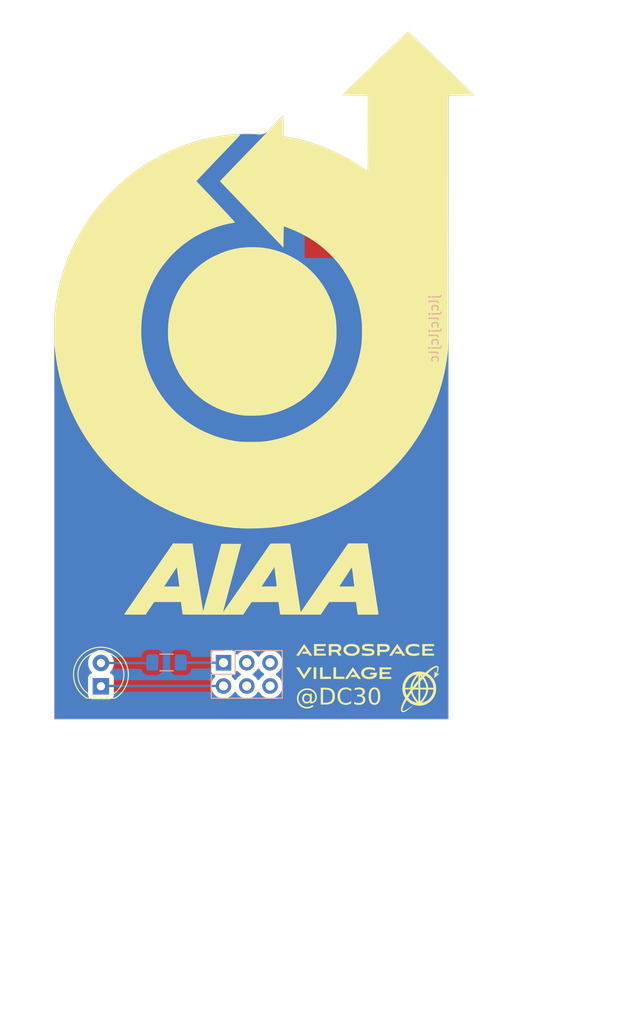
<source format=kicad_pcb>
(kicad_pcb (version 20220621) (generator pcbnew)
  (layers (0 "F.Cu" signal) (31 "B.Cu" signal) (34 "B.Paste" user) (35 "F.Paste" user) (36 "B.SilkS" user "B.Silkscreen") (37 "F.SilkS" user "F.Silkscreen") (38 "B.Mask" user) (39 "F.Mask" user) (44 "Edge.Cuts" user))
  (net 0 "")
  (net 1 "Net-(D1-K)")
  (net 2 "Net-(D1-A)")
  (net 3 "Net-(J1-Pin_1)")
  (footprint "LED_THT:LED_D5.0mm" (layer "F.Cu") (at 67.4 166.5 90)
    (fp_text reference "D1" hide)
    (fp_text value "LED")
  )
  (footprint "Connector_PinHeader_2.54mm:PinHeader_2x03_P2.54mm_Vertical" (layer "B.Cu") (at 80.76 163.93 -90)
    (fp_text reference "J1" hide)
    (fp_text value "Conn_02x03_Counter_Clockwise")
  )
  (footprint "Resistor_SMD:R_1206_3216Metric_Pad1.30x1.75mm_HandSolder" (layer "B.Cu") (at 74.55 163.9)
    (fp_text reference "R1" hide)
    (fp_text value "R")
  )
  (gr_poly (pts (xy 103.970956 164.278925) (xy 103.97647 164.279021) (xy 103.982022 164.279197) (xy 103.98761 164.279457) (xy 103.993236 164.279804) (xy 103.998899 164.28024) (xy 104.004599 164.280767) (xy 104.010336 164.281389) (xy 104.016015 164.282051) (xy 104.021744 164.282862) (xy 104.027521 164.283846) (xy 104.033348 164.285029) (xy 104.039225 164.286436) (xy 104.045151 164.28809) (xy 104.048133 164.289018) (xy 104.051128 164.290017) (xy 104.054135 164.29109) (xy 104.057155 164.292241) (xy 104.08046 164.300716) (xy 104.083337 164.30224) (xy 104.086208 164.303828) (xy 104.089073 164.305472) (xy 104.091929 164.307162) (xy 104.094771 164.30889) (xy 104.097599 164.310645) (xy 104.103198 164.314204) (xy 104.108748 164.317749) (xy 104.114249 164.321322) (xy 104.116965 164.323156) (xy 104.119651 164.325043) (xy 104.122299 164.326998) (xy 104.124902 164.329035) (xy 104.143403 164.347793) (xy 104.145814 164.350106) (xy 104.148095 164.352476) (xy 104.150258 164.354899) (xy 104.152313 164.35737) (xy 104.154272 164.359885) (xy 104.156148 164.362439) (xy 104.15795 164.365027) (xy 104.159692 164.367644) (xy 104.163038 164.372949) (xy 104.166277 164.378315) (xy 104.169503 164.383706) (xy 104.172806 164.389083) (xy 104.178235 164.40007) (xy 104.183034 164.411002) (xy 104.18724 164.421874) (xy 104.190888 164.432681) (xy 104.194011 164.443418) (xy 104.196645 164.45408) (xy 104.198825 164.464662) (xy 104.200586 164.475159) (xy 104.201962 164.485566) (xy 104.202988 164.495878) (xy 104.2037 164.506091) (xy 104.204133 164.516198) (xy 104.204297 164.536079) (xy 104.203761 164.555481) (xy 104.202564 164.574683) (xy 104.200792 164.593606) (xy 104.198491 164.612263) (xy 104.195709 164.630669) (xy 104.192494 164.64884) (xy 104.188891 164.66679) (xy 104.184948 164.684534) (xy 104.180713 164.702087) (xy 104.165374 164.757589) (xy 104.148235 164.812036) (xy 104.129455 164.865516) (xy 104.10919 164.918114) (xy 104.087597 164.969919) (xy 104.064836 165.021017) (xy 104.041062 165.071495) (xy 104.016433 165.121441) (xy 104.290267 165.14051) (xy 103.727769 165.614899) (xy 103.780427 164.880939) (xy 103.953956 165.087852) (xy 103.972503 165.037266) (xy 103.990308 164.986534) (xy 104.007177 164.935684) (xy 104.022915 164.884742) (xy 104.037326 164.833739) (xy 104.050214 164.782703) (xy 104.061384 164.731661) (xy 104.070641 164.680641) (xy 104.07297 164.664585) (xy 104.074977 164.648583) (xy 104.076637 164.632668) (xy 104.077925 164.61687) (xy 104.078817 164.601222) (xy 104.079286 164.585753) (xy 104.079308 164.570496) (xy 104.078858 164.555481) (xy 104.078492 164.548112) (xy 104.077986 164.540802) (xy 104.07734 164.533574) (xy 104.07655 164.526449) (xy 104.075614 164.519448) (xy 104.07453 164.512594) (xy 104.073295 164.505907) (xy 104.071908 164.499409) (xy 104.070365 164.493122) (xy 104.068666 164.487067) (xy 104.066806 164.481267) (xy 104.064785 164.475742) (xy 104.0626 164.470515) (xy 104.060248 164.465606) (xy 104.057727 164.461037) (xy 104.055035 164.456831) (xy 104.052242 164.45307) (xy 104.049405 164.449619) (xy 104.046507 164.446465) (xy 104.043529 164.443595) (xy 104.040451 164.440995) (xy 104.037256 164.438654) (xy 104.033925 164.436559) (xy 104.030438 164.434697) (xy 104.026778 164.433054) (xy 104.022926 164.431619) (xy 104.018863 164.430379) (xy 104.01457 164.429321) (xy 104.010029 164.428431) (xy 104.00522 164.427699) (xy 104.000127 164.42711) (xy 103.994729 164.426652) (xy 103.989088 164.42654) (xy 103.983283 164.426604) (xy 103.977325 164.426843) (xy 103.971225 164.427259) (xy 103.964991 164.427854) (xy 103.958633 164.428628) (xy 103.952163 164.429583) (xy 103.94559 164.43072) (xy 103.938923 164.432039) (xy 103.932174 164.433543) (xy 103.925352 164.435231) (xy 103.918467 164.437107) (xy 103.911529 164.43917) (xy 103.904548 164.441421) (xy 103.897534 164.443863) (xy 103.890498 164.446495) (xy 103.8764 164.451611) (xy 103.862289 164.457121) (xy 103.848171 164.463006) (xy 103.834051 164.469245) (xy 103.80583 164.482708) (xy 103.777674 164.497348) (xy 103.749629 164.513005) (xy 103.721743 164.529519) (xy 103.694063 164.546728) (xy 103.666636 164.564473) (xy 103.639239 164.582651) (xy 103.612014 164.601249) (xy 103.584958 164.620239) (xy 103.558066 164.639593) (xy 103.531335 164.659281) (xy 103.504762 164.679275) (xy 103.478343 164.699548) (xy 103.452075 164.72007) (xy 103.400055 164.762092) (xy 103.348561 164.80497) (xy 103.297574 164.848643) (xy 103.247077 164.893048) (xy 103.19705 164.938122) (xy 103.147477 164.983804) (xy 103.098339 165.030031) (xy 103.049619 165.076741) (xy 103.043363 165.082711) (xy 103.037157 165.088737) (xy 103.024838 165.100891) (xy 103.012546 165.113075) (xy 103.000178 165.125148) (xy 103.061278 165.160721) (xy 103.135861 165.209141) (xy 103.207928 165.261041) (xy 103.277364 165.316307) (xy 103.344053 165.37482) (xy 103.407882 165.436465) (xy 103.468733 165.501124) (xy 103.526493 165.568681) (xy 103.581046 165.639019) (xy 103.632277 165.712022) (xy 103.680071 165.787572) (xy 103.724313 165.865553) (xy 103.764888 165.945849) (xy 103.801681 166.028342) (xy 103.834576 166.112916) (xy 103.863459 166.199454) (xy 103.888213 166.28784) (xy 103.908726 166.377956) (xy 103.92488 166.469687) (xy 103.936561 166.562914) (xy 103.943654 166.657523) (xy 103.946044 166.753395) (xy 103.943654 166.849267) (xy 103.936561 166.943876) (xy 103.92488 167.037104) (xy 103.908726 167.128834) (xy 103.888213 167.218951) (xy 103.863459 167.307336) (xy 103.834576 167.393874) (xy 103.801681 167.478448) (xy 103.764888 167.560942) (xy 103.724313 167.641237) (xy 103.680071 167.719218) (xy 103.632277 167.794769) (xy 103.581046 167.867771) (xy 103.526493 167.938109) (xy 103.468733 168.005666) (xy 103.407882 168.070325) (xy 103.344053 168.13197) (xy 103.277364 168.190483) (xy 103.207928 168.245749) (xy 103.135861 168.297649) (xy 103.061278 168.346069) (xy 102.984293 168.39089) (xy 102.905023 168.431997) (xy 102.823582 168.469272) (xy 102.740086 168.502598) (xy 102.654648 168.53186) (xy 102.567386 168.55694) (xy 102.478413 168.577722) (xy 102.387844 168.594089) (xy 102.295796 168.605924) (xy 102.202382 168.613111) (xy 102.107719 168.615532) (xy 102.013055 168.613111) (xy 101.919639 168.605924) (xy 101.827587 168.594089) (xy 101.737014 168.577722) (xy 101.648035 168.55694) (xy 101.560765 168.53186) (xy 101.47532 168.502598) (xy 101.391814 168.469272) (xy 101.310364 168.431997) (xy 101.231083 168.39089) (xy 101.154088 168.346069) (xy 101.079493 168.29765) (xy 101.007414 168.245749) (xy 100.937967 168.190483) (xy 100.871265 168.13197) (xy 100.807424 168.070326) (xy 100.74656 168.005666) (xy 100.688788 167.938109) (xy 100.634223 167.867771) (xy 100.585776 167.798752) (xy 100.584653 167.797092) (xy 100.584634 167.797126) (xy 100.58298 167.794769) (xy 100.535175 167.719218) (xy 100.490922 167.641237) (xy 100.450336 167.560942) (xy 100.427969 167.510804) (xy 100.753377 167.510804) (xy 100.761895 167.526544) (xy 100.766194 167.53439) (xy 100.770585 167.542172) (xy 100.7787 167.5561) (xy 100.786951 167.569929) (xy 100.795339 167.583664) (xy 100.803865 167.597311) (xy 100.812527 167.610867) (xy 100.821324 167.624326) (xy 100.830254 167.637688) (xy 100.839315 167.650951) (xy 100.84851 167.664112) (xy 100.857841 167.677173) (xy 100.867301 167.690132) (xy 100.8763 167.702206) (xy 100.876872 167.702998) (xy 100.877667 167.704011) (xy 100.88142 167.708906) (xy 100.886027 167.714765) (xy 100.89528 167.72645) (xy 100.895287 167.726439) (xy 100.916451 167.753378) (xy 100.958005 167.802038) (xy 101.001473 167.848918) (xy 101.046794 167.893956) (xy 101.093907 167.937091) (xy 101.142749 167.978264) (xy 101.193261 168.017411) (xy 101.24538 168.054473) (xy 101.299046 168.089389) (xy 101.354198 168.122097) (xy 101.410774 168.152537) (xy 101.468713 168.180647) (xy 101.527955 168.206367) (xy 101.588436 168.229635) (xy 101.650098 168.250391) (xy 101.712878 168.268574) (xy 101.776715 168.284122) (xy 101.841548 168.296974) (xy 102.373625 168.296974) (xy 102.438458 168.284122) (xy 102.502295 168.268574) (xy 102.565075 168.250391) (xy 102.626737 168.229635) (xy 102.687219 168.206367) (xy 102.74646 168.180647) (xy 102.804399 168.152537) (xy 102.860975 168.122097) (xy 102.916127 168.089389) (xy 102.969793 168.054473) (xy 103.072424 167.978264) (xy 103.168379 167.893956) (xy 103.257168 167.802038) (xy 103.338302 167.702998) (xy 103.411291 167.597325) (xy 103.444578 167.542152) (xy 103.475645 167.485505) (xy 103.504431 167.427442) (xy 103.530876 167.368026) (xy 103.554916 167.307318) (xy 103.576493 167.245378) (xy 103.595543 167.182267) (xy 103.612007 167.118047) (xy 103.625823 167.052779) (xy 103.636929 166.986522) (xy 103.645265 166.919339) (xy 103.650769 166.851291) (xy 103.070273 166.851291) (xy 103.066188 166.90349) (xy 103.060324 166.955306) (xy 103.043519 167.057764) (xy 103.020365 167.158608) (xy 102.991373 167.257782) (xy 102.957053 167.355229) (xy 102.917915 167.450892) (xy 102.874467 167.544714) (xy 102.82722 167.63664) (xy 102.776683 167.726613) (xy 102.723367 167.814576) (xy 102.667779 167.900472) (xy 102.610431 167.984245) (xy 102.551832 168.065838) (xy 102.492492 168.145195) (xy 102.373625 168.296974) (xy 101.841548 168.296974) (xy 101.722953 168.145185) (xy 101.605523 167.984208) (xy 101.54847 167.900419) (xy 101.493179 167.814506) (xy 101.440138 167.726528) (xy 101.389838 167.636541) (xy 101.342769 167.544605) (xy 101.299421 167.450775) (xy 101.260284 167.355111) (xy 101.225846 167.25767) (xy 101.196624 167.158594) (xy 101.202462 167.179903) (xy 101.208635 167.201185) (xy 101.215059 167.222389) (xy 101.221669 167.243534) (xy 101.162064 167.328813) (xy 101.102865 167.414352) (xy 101.044117 167.500175) (xy 100.985869 167.586303) (xy 100.962944 167.621186) (xy 100.940294 167.65622) (xy 100.895287 167.726439) (xy 100.877667 167.704011) (xy 100.876884 167.702989) (xy 100.8763 167.702206) (xy 100.839329 167.65096) (xy 100.803883 167.597325) (xy 100.770596 167.542152) (xy 100.753391 167.510781) (xy 100.753377 167.510804) (xy 100.427969 167.510804) (xy 100.413534 167.478449) (xy 100.38063 167.393875) (xy 100.35174 167.307336) (xy 100.326978 167.218951) (xy 100.30646 167.128834) (xy 100.2903 167.037104) (xy 100.278616 166.943876) (xy 100.271672 166.851291) (xy 100.564405 166.851291) (xy 100.569909 166.919339) (xy 100.578245 166.986522) (xy 100.589351 167.052779) (xy 100.603167 167.118047) (xy 100.61963 167.182267) (xy 100.638681 167.245378) (xy 100.660257 167.307318) (xy 100.684298 167.368026) (xy 100.710742 167.427442) (xy 100.739529 167.485505) (xy 100.753391 167.510781) (xy 100.785055 167.458249) (xy 100.828658 167.388356) (xy 100.872982 167.318957) (xy 100.917973 167.25002) (xy 100.963579 167.181512) (xy 101.05642 167.045648) (xy 101.151077 166.911102) (xy 101.151148 166.911796) (xy 101.152181 166.922153) (xy 101.1532 166.933226) (xy 101.154295 166.94428) (xy 101.154921 166.94979) (xy 101.155626 166.955283) (xy 101.159373 166.981036) (xy 101.163532 167.006691) (xy 101.168092 167.032248) (xy 101.172999 167.057491) (xy 101.173033 167.057688) (xy 101.173079 167.057884) (xy 101.178373 167.083063) (xy 101.184083 167.10832) (xy 101.190163 167.133474) (xy 101.196579 167.158423) (xy 101.1966 167.15851) (xy 101.196624 167.158594) (xy 101.196606 167.158526) (xy 101.196579 167.158423) (xy 101.173079 167.057884) (xy 101.173041 167.057705) (xy 101.172999 167.057491) (xy 101.155637 166.955263) (xy 101.151148 166.911796) (xy 101.151079 166.911099) (xy 101.151077 166.911102) (xy 101.144902 166.85131) (xy 101.338302 166.85131) (xy 101.340325 166.874934) (xy 101.342764 166.898481) (xy 101.345607 166.921956) (xy 101.348762 166.944761) (xy 101.348829 166.945364) (xy 101.348942 166.945993) (xy 101.352464 166.968699) (xy 101.356461 166.991967) (xy 101.360836 167.015161) (xy 101.365588 167.038275) (xy 101.366259 167.041065) (xy 101.366287 167.041027) (xy 101.388196 167.129937) (xy 101.416164 167.220381) (xy 101.449069 167.309557) (xy 101.486469 167.397439) (xy 101.527925 167.483998) (xy 101.572996 167.569205) (xy 101.621242 167.653032) (xy 101.672223 167.735452) (xy 101.725498 167.816435) (xy 101.780628 167.895953) (xy 101.837171 167.973978) (xy 101.894688 168.050482) (xy 102.010881 168.198814) (xy 102.204292 168.198814) (xy 102.320561 168.050482) (xy 102.434657 167.895953) (xy 102.489792 167.816435) (xy 102.543066 167.735452) (xy 102.594041 167.653032) (xy 102.642276 167.569205) (xy 102.687334 167.483998) (xy 102.728774 167.397439) (xy 102.766158 167.309557) (xy 102.799046 167.220381) (xy 102.827 167.129937) (xy 102.84958 167.038256) (xy 102.866347 166.945364) (xy 102.876863 166.851291) (xy 102.204292 166.851291) (xy 102.204292 168.198814) (xy 102.010881 168.198814) (xy 102.010881 166.851291) (xy 101.338311 166.851291) (xy 101.338313 166.85131) (xy 101.338302 166.85131) (xy 101.144902 166.85131) (xy 101.1449 166.851291) (xy 100.564405 166.851291) (xy 100.271672 166.851291) (xy 100.27152 166.849268) (xy 100.26913 166.753395) (xy 100.27152 166.657523) (xy 100.271671 166.655508) (xy 101.338302 166.655508) (xy 101.656268 166.655508) (xy 101.656274 166.655499) (xy 102.010881 166.655499) (xy 102.010881 165.307977) (xy 101.894612 165.456308) (xy 101.780516 165.610838) (xy 101.725381 165.690356) (xy 101.672107 165.771339) (xy 101.621132 165.853758) (xy 101.572897 165.937586) (xy 101.52784 166.022793) (xy 101.486399 166.109351) (xy 101.449016 166.197233) (xy 101.416127 166.28641) (xy 101.388173 166.376853) (xy 101.365593 166.468535) (xy 101.348826 166.561426) (xy 101.338571 166.653168) (xy 101.338561 166.653182) (xy 101.338302 166.655508) (xy 100.271671 166.655508) (xy 100.271672 166.655499) (xy 100.564405 166.655499) (xy 101.1449 166.655499) (xy 101.148986 166.603301) (xy 101.154849 166.551484) (xy 101.171655 166.449026) (xy 101.194808 166.348182) (xy 101.2238 166.249008) (xy 101.25812 166.151562) (xy 101.297258 166.055899) (xy 101.340706 165.962076) (xy 101.387953 165.87015) (xy 101.43849 165.780177) (xy 101.491807 165.692215) (xy 101.547394 165.606318) (xy 101.604742 165.522545) (xy 101.663341 165.440952) (xy 101.722681 165.361595) (xy 101.76488 165.307712) (xy 102.204292 165.307712) (xy 102.204292 166.655499) (xy 102.876863 166.655499) (xy 102.866347 166.560598) (xy 102.84958 166.467091) (xy 102.827 166.374985) (xy 102.799046 166.284285) (xy 102.766158 166.194997) (xy 102.728774 166.107128) (xy 102.687334 166.020683) (xy 102.642276 165.935667) (xy 102.594041 165.852087) (xy 102.543066 165.769949) (xy 102.489792 165.689257) (xy 102.444537 165.624219) (xy 102.439963 165.617569) (xy 102.434983 165.610487) (xy 102.434657 165.610019) (xy 102.434513 165.609825) (xy 102.409231 165.57474) (xy 102.383515 165.539784) (xy 102.35759 165.505126) (xy 102.331523 165.470722) (xy 102.33152 165.470726) (xy 102.320561 165.455925) (xy 102.204292 165.307712) (xy 101.76488 165.307712) (xy 101.841548 165.209816) (xy 102.373625 165.209816) (xy 102.469416 165.33213) (xy 102.474131 165.338169) (xy 102.475498 165.339895) (xy 102.492492 165.361595) (xy 102.609904 165.521826) (xy 102.610421 165.522554) (xy 102.611144 165.523587) (xy 102.667779 165.606318) (xy 102.723367 165.692215) (xy 102.776683 165.780177) (xy 102.82722 165.87015) (xy 102.874467 165.962076) (xy 102.917915 166.055899) (xy 102.957054 166.151562) (xy 102.991373 166.249008) (xy 103.020365 166.348182) (xy 103.043519 166.449026) (xy 103.060325 166.551484) (xy 103.070273 166.655499) (xy 103.650769 166.655499) (xy 103.645265 166.587451) (xy 103.636929 166.520268) (xy 103.625823 166.454012) (xy 103.612007 166.388743) (xy 103.595543 166.324523) (xy 103.576493 166.261412) (xy 103.554916 166.199472) (xy 103.530876 166.138764) (xy 103.504431 166.079348) (xy 103.475645 166.021286) (xy 103.444578 165.964638) (xy 103.411291 165.909466) (xy 103.375845 165.85583) (xy 103.338302 165.803792) (xy 103.298723 165.753412) (xy 103.257168 165.704752) (xy 103.2137 165.657873) (xy 103.168379 165.612835) (xy 103.121267 165.569699) (xy 103.072424 165.528527) (xy 103.021913 165.489379) (xy 102.969793 165.452317) (xy 102.916127 165.417401) (xy 102.860975 165.384693) (xy 102.804399 165.354254) (xy 102.781821 165.343299) (xy 102.781832 165.343288) (xy 102.76422 165.334599) (xy 102.755383 165.330311) (xy 102.746485 165.326132) (xy 102.73179 165.319481) (xy 102.717008 165.312987) (xy 102.702146 165.306645) (xy 102.688652 165.301046) (xy 102.687219 165.300424) (xy 102.685765 165.299864) (xy 102.672209 165.294393) (xy 102.657133 165.288485) (xy 102.641981 165.282732) (xy 102.626751 165.277142) (xy 102.611445 165.271721) (xy 102.596069 165.266463) (xy 102.580622 165.261365) (xy 102.565776 165.256635) (xy 102.565075 165.256399) (xy 102.563976 165.256081) (xy 102.560675 165.255086) (xy 102.556224 165.25381) (xy 102.552255 165.252686) (xy 102.550214 165.252095) (xy 102.547324 165.251252) (xy 102.54732 165.251257) (xy 102.502295 165.238217) (xy 102.438458 165.222669) (xy 102.373625 165.209816) (xy 101.841548 165.209816) (xy 101.776716 165.222692) (xy 101.712881 165.23826) (xy 101.650104 165.25646) (xy 101.588447 165.277231) (xy 101.527971 165.300512) (xy 101.468736 165.326242) (xy 101.410804 165.35436) (xy 101.354235 165.384805) (xy 101.299091 165.417517) (xy 101.245433 165.452434) (xy 101.142819 165.528643) (xy 101.04688 165.612944) (xy 100.958105 165.704851) (xy 100.876982 165.803877) (xy 100.803999 165.909536) (xy 100.770713 165.9647) (xy 100.739646 166.021339) (xy 100.710858 166.079393) (xy 100.68441 166.138801) (xy 100.660363 166.199502) (xy 100.638779 166.261435) (xy 100.619719 166.324539) (xy 100.603242 166.388754) (xy 100.589412 166.454018) (xy 100.578288 166.520271) (xy 100.569932 166.587452) (xy 100.564405 166.655499) (xy 100.271672 166.655499) (xy 100.278616 166.562914) (xy 100.2903 166.469687) (xy 100.30646 166.377956) (xy 100.326978 166.28784) (xy 100.35174 166.199454) (xy 100.38063 166.112916) (xy 100.413534 166.028342) (xy 100.450336 165.945849) (xy 100.490921 165.865553) (xy 100.535174 165.787572) (xy 100.58298 165.712022) (xy 100.634223 165.639019) (xy 100.688788 165.568681) (xy 100.74656 165.501124) (xy 100.807424 165.436465) (xy 100.871265 165.37482) (xy 100.937966 165.316307) (xy 101.007414 165.261041) (xy 101.079493 165.209141) (xy 101.154088 165.160721) (xy 101.231083 165.1159) (xy 101.310364 165.074794) (xy 101.391814 165.037519) (xy 101.47532 165.004192) (xy 101.560765 164.97493) (xy 101.648035 164.94985) (xy 101.737014 164.929068) (xy 101.827587 164.912701) (xy 101.919639 164.900866) (xy 102.013055 164.893679) (xy 102.107719 164.891258) (xy 102.202382 164.893679) (xy 102.295796 164.900866) (xy 102.387844 164.912701) (xy 102.478413 164.929068) (xy 102.567386 164.94985) (xy 102.654648 164.97493) (xy 102.740086 165.004192) (xy 102.823582 165.037519) (xy 102.905023 165.074794) (xy 102.983951 165.115723) (xy 102.9843 165.115912) (xy 102.984652 165.116109) (xy 102.993209 165.121091) (xy 102.996189 165.122864) (xy 102.998171 165.124022) (xy 103.000164 165.125162) (xy 103.000178 165.125148) (xy 102.993209 165.121091) (xy 102.992245 165.120517) (xy 102.988294 165.11818) (xy 102.986304 165.117034) (xy 102.984652 165.116109) (xy 102.984293 165.1159) (xy 102.983951 165.115723) (xy 102.964692 165.105278) (xy 102.944943 165.094873) (xy 102.925054 165.084704) (xy 102.905028 165.074777) (xy 102.884867 165.065097) (xy 102.864571 165.055662) (xy 102.844144 165.046469) (xy 102.823586 165.037519) (xy 102.819016 165.035595) (xy 102.814423 165.033718) (xy 102.805187 165.030058) (xy 102.786689 165.022791) (xy 102.844377 164.969232) (xy 102.873333 164.94256) (xy 102.902548 164.916131) (xy 102.954977 164.870534) (xy 103.007913 164.825448) (xy 103.061393 164.780914) (xy 103.115455 164.736973) (xy 103.170137 164.693663) (xy 103.225477 164.651027) (xy 103.281513 164.609104) (xy 103.338283 164.567935) (xy 103.396268 164.528045) (xy 103.454849 164.488732) (xy 103.514497 164.450571) (xy 103.575683 164.41414) (xy 103.607 164.396753) (xy 103.638878 164.380015) (xy 103.671376 164.363999) (xy 103.704553 164.348775) (xy 103.738468 164.334417) (xy 103.77318 164.320995) (xy 103.808747 164.308584) (xy 103.845229 164.297254) (xy 103.859089 164.293453) (xy 103.873283 164.289975) (xy 103.887812 164.286873) (xy 103.902676 164.284202) (xy 103.917875 164.282016) (xy 103.933408 164.280369) (xy 103.949277 164.279315) (xy 103.957337 164.279028) (xy 103.96548 164.278909)) (stroke (width 0.01)) (fill solid) (layer "F.SilkS"))
  (gr_poly (pts (xy 102.010871 166.21078) (xy 101.921076 166.321031) (xy 101.83209 166.431957) (xy 101.743845 166.543476) (xy 101.656274 166.655499) (xy 101.338311 166.655499) (xy 101.338571 166.653168) (xy 101.376736 166.601501) (xy 101.415042 166.549933) (xy 101.559398 166.36433) (xy 101.632705 166.272391) (xy 101.706777 166.181049) (xy 101.781621 166.090323) (xy 101.857246 166.00023) (xy 101.93366 165.91079) (xy 102.010871 165.822019)) (stroke (width 0.01)) (fill solid) (layer "F.SilkS"))
  (gr_poly (pts (xy 101.563934 161.880228) (xy 101.604745 161.881553) (xy 101.644689 161.883765) (xy 101.6838 161.886869) (xy 101.722109 161.890867) (xy 101.759649 161.895763) (xy 101.796452 161.90156) (xy 101.83255 161.908263) (xy 101.867975 161.915874) (xy 101.902759 161.924397) (xy 101.936935 161.933835) (xy 101.970534 161.944192) (xy 102.00359 161.955472) (xy 102.036133 161.967678) (xy 102.068197 161.980813) (xy 102.099812 161.994881) (xy 102.099812 162.252585) (xy 102.075895 162.239123) (xy 102.050206 162.225973) (xy 102.022787 162.213212) (xy 101.993677 162.200917) (xy 101.962916 162.189164) (xy 101.930543 162.178031) (xy 101.8966 162.167594) (xy 101.861125 162.15793) (xy 101.824158 162.149116) (xy 101.785741 162.141227) (xy 101.745911 162.134342) (xy 101.70471 162.128537) (xy 101.662178 162.123888) (xy 101.618353 162.120472) (xy 101.573277 162.118366) (xy 101.526988 162.117647) (xy 101.491113 162.1181) (xy 101.456174 162.119452) (xy 101.422183 162.121692) (xy 101.389155 162.124812) (xy 101.357103 162.128802) (xy 101.326039 162.133653) (xy 101.295978 162.139354) (xy 101.266933 162.145896) (xy 101.238916 162.153269) (xy 101.211942 162.161464) (xy 101.186024 162.170471) (xy 101.161175 162.180281) (xy 101.137407 162.190883) (xy 101.114736 162.202269) (xy 101.093173 162.214428) (xy 101.072733 162.22735) (xy 101.053428 162.241027) (xy 101.035273 162.255449) (xy 101.018279 162.270605) (xy 101.002461 162.286487) (xy 100.987832 162.303085) (xy 100.974405 162.320388) (xy 100.962193 162.338388) (xy 100.951211 162.357075) (xy 100.94147 162.376438) (xy 100.932985 162.39647) (xy 100.925769 162.417158) (xy 100.919835 162.438496) (xy 100.915197 162.460471) (xy 100.911867 162.483076) (xy 100.90986 162.506299) (xy 100.909187 162.530133) (xy 100.909852 162.55399) (xy 100.91184 162.577237) (xy 100.91514 162.599862) (xy 100.919741 162.621857) (xy 100.925634 162.643213) (xy 100.932808 162.663919) (xy 100.941251 162.683966) (xy 100.950954 162.703344) (xy 100.961907 162.722044) (xy 100.974098 162.740056) (xy 100.987517 162.757371) (xy 101.002154 162.773978) (xy 101.017998 162.789869) (xy 101.035038 162.805034) (xy 101.053265 162.819463) (xy 101.072667 162.833147) (xy 101.114956 162.858239) (xy 101.161821 162.880235) (xy 101.213177 162.899058) (xy 101.268942 162.91463) (xy 101.329031 162.926876) (xy 101.393359 162.935717) (xy 101.461843 162.941079) (xy 101.534398 162.942883) (xy 101.578664 162.942249) (xy 101.622285 162.940396) (xy 101.665145 162.937392) (xy 101.707125 162.933308) (xy 101.748108 162.928213) (xy 101.787977 162.922177) (xy 101.826615 162.91527) (xy 101.863903 162.907561) (xy 101.899725 162.89912) (xy 101.933962 162.890018) (xy 101.966499 162.880323) (xy 101.997216 162.870106) (xy 102.025997 162.859436) (xy 102.052724 162.848383) (xy 102.07728 162.837017) (xy 102.099547 162.825408) (xy 102.099547 163.068295) (xy 102.067905 163.081897) (xy 102.03577 163.094625) (xy 102.003121 163.106477) (xy 101.969934 163.117454) (xy 101.93619 163.127555) (xy 101.901866 163.136779) (xy 101.866941 163.145127) (xy 101.831392 163.152598) (xy 101.795198 163.159191) (xy 101.758338 163.164907) (xy 101.720789 163.169744) (xy 101.68253 163.173703) (xy 101.64354 163.176782) (xy 101.603796 163.178983) (xy 101.563278 163.180303) (xy 101.521962 163.180743) (xy 101.470318 163.180063) (xy 101.419928 163.178029) (xy 101.370817 163.17465) (xy 101.323012 163.169934) (xy 101.276538 163.16389) (xy 101.231419 163.156527) (xy 101.18768 163.147853) (xy 101.145348 163.137877) (xy 101.104447 163.126607) (xy 101.065003 163.114053) (xy 101.02704 163.100223) (xy 100.990585 163.085126) (xy 100.955661 163.06877) (xy 100.922296 163.051164) (xy 100.890513 163.032317) (xy 100.860338 163.012237) (xy 100.831796 162.990933) (xy 100.804913 162.968414) (xy 100.779713 162.944688) (xy 100.756222 162.919764) (xy 100.734466 162.893651) (xy 100.714469 162.866358) (xy 100.696257 162.837892) (xy 100.679854 162.808264) (xy 100.665287 162.77748) (xy 100.65258 162.745551) (xy 100.641759 162.712485) (xy 100.632849 162.67829) (xy 100.625875 162.642975) (xy 100.620862 162.606549) (xy 100.617836 162.56902) (xy 100.616821 162.530397) (xy 100.616823 162.530397) (xy 100.617837 162.491775) (xy 100.620864 162.454246) (xy 100.625876 162.41782) (xy 100.632851 162.382505) (xy 100.641762 162.348309) (xy 100.652584 162.315242) (xy 100.665291 162.283312) (xy 100.67986 162.252527) (xy 100.696264 162.222896) (xy 100.714478 162.194429) (xy 100.734478 162.167133) (xy 100.756237 162.141016) (xy 100.779732 162.116089) (xy 100.804936 162.092359) (xy 100.831824 162.069835) (xy 100.860371 162.048525) (xy 100.890553 162.028438) (xy 100.922343 162.009584) (xy 100.955717 161.99197) (xy 100.99065 161.975604) (xy 101.065089 161.946656) (xy 101.14546 161.922807) (xy 101.23156 161.904126) (xy 101.323189 161.890683) (xy 101.420145 161.882547) (xy 101.522226 161.879787)) (stroke (width 0.01)) (fill solid) (layer "F.SilkS"))
  (gr_poly (pts (xy 90.867721 165.695079) (xy 90.5952 165.695079) (xy 90.5952 164.439631) (xy 90.867721 164.439631)) (stroke (width 0.01)) (fill solid) (layer "F.SilkS"))
  (gr_poly (pts (xy 90.4301 163.155608) (xy 90.125035 163.155608) (xy 89.984806 162.942883) (xy 89.301652 162.942883) (xy 89.447966 162.720368) (xy 89.839815 162.720368) (xy 89.559885 162.292802) (xy 89.279692 162.720368) (xy 89.279956 162.720368) (xy 89.133642 162.942883) (xy 89.132054 162.942883) (xy 88.994471 163.155608) (xy 88.689406 163.155608) (xy 89.559885 161.880052)) (stroke (width 0.01)) (fill solid) (layer "F.SilkS"))
  (gr_poly (pts (xy 95.739758 165.695079) (xy 95.434693 165.695079) (xy 95.294464 165.482618) (xy 94.608928 165.482618) (xy 94.755243 165.260104) (xy 95.149473 165.260104) (xy 94.869543 164.832272) (xy 94.304394 165.695079) (xy 93.999064 165.695079) (xy 94.869543 164.419787)) (stroke (width 0.01)) (fill solid) (layer "F.SilkS"))
  (gr_poly (pts (xy 93.136553 161.900841) (xy 93.168354 161.902849) (xy 93.198871 161.906135) (xy 93.22812 161.910648) (xy 93.256116 161.916337) (xy 93.282877 161.923152) (xy 93.308418 161.931043) (xy 93.332757 161.939959) (xy 93.355909 161.94985) (xy 93.377891 161.960665) (xy 93.39872 161.972354) (xy 93.418412 161.984866) (xy 93.436983 161.998152) (xy 93.45445 162.01216) (xy 93.470829 162.02684) (xy 93.486137 162.042142) (xy 93.500389 162.058015) (xy 93.513603 162.074409) (xy 93.525795 162.091274) (xy 93.536981 162.108558) (xy 93.547178 162.126212) (xy 93.556403 162.144185) (xy 93.56467 162.162427) (xy 93.571998 162.180887) (xy 93.578402 162.199515) (xy 93.583899 162.21826) (xy 93.592237 162.255901) (xy 93.597143 162.293406) (xy 93.59875 162.330372) (xy 93.597863 162.359071) (xy 93.595165 162.387917) (xy 93.590601 162.41676) (xy 93.584115 162.44545) (xy 93.57565 162.473835) (xy 93.570659 162.487867) (xy 93.565152 162.501767) (xy 93.559122 162.515515) (xy 93.552563 162.529093) (xy 93.545468 162.542483) (xy 93.53783 162.555665) (xy 93.529641 162.568621) (xy 93.520894 162.581332) (xy 93.511583 162.593778) (xy 93.501702 162.605942) (xy 93.491241 162.617805) (xy 93.480196 162.629347) (xy 93.468558 162.64055) (xy 93.456321 162.651395) (xy 93.443478 162.661863) (xy 93.430022 162.671936) (xy 93.415946 162.681594) (xy 93.401243 162.69082) (xy 93.385905 162.699593) (xy 93.369927 162.707896) (xy 93.3533 162.715709) (xy 93.336019 162.723014) (xy 93.626001 163.155608) (xy 93.320936 163.155608) (xy 93.055824 162.762966) (xy 92.518191 162.762966) (xy 92.518191 163.155608) (xy 92.24567 163.155608) (xy 92.24567 162.522725) (xy 92.518456 162.522725) (xy 93.063763 162.522725) (xy 93.082709 162.522428) (xy 93.100672 162.521553) (xy 93.117675 162.520119) (xy 93.133744 162.518149) (xy 93.148905 162.515663) (xy 93.163181 162.512682) (xy 93.1766 162.509227) (xy 93.189184 162.50532) (xy 93.20096 162.500981) (xy 93.211952 162.496231) (xy 93.222187 162.491091) (xy 93.231688 162.485583) (xy 93.240481 162.479727) (xy 93.248591 162.473544) (xy 93.256043 162.467056) (xy 93.262862 162.460283) (xy 93.269074 162.453247) (xy 93.274703 162.445968) (xy 93.279774 162.438467) (xy 93.284313 162.430766) (xy 93.288345 162.422886) (xy 93.291894 162.414847) (xy 93.294986 162.406671) (xy 93.297647 162.398379) (xy 93.2999 162.389991) (xy 93.301771 162.381529) (xy 93.304469 162.364465) (xy 93.30594 162.347357) (xy 93.306386 162.330372) (xy 93.30594 162.314662) (xy 93.304469 162.298611) (xy 93.301771 162.282407) (xy 93.297646 162.266236) (xy 93.291894 162.250285) (xy 93.288344 162.24245) (xy 93.284313 162.234741) (xy 93.279774 162.22718) (xy 93.274702 162.219791) (xy 93.269073 162.212597) (xy 93.262862 162.205621) (xy 93.256043 162.198888) (xy 93.248591 162.192419) (xy 93.240481 162.186239) (xy 93.231688 162.180371) (xy 93.222186 162.174839) (xy 93.211952 162.169664) (xy 93.20096 162.164872) (xy 93.189184 162.160485) (xy 93.176599 162.156527) (xy 93.163181 162.153021) (xy 93.148905 162.14999) (xy 93.133744 162.147458) (xy 93.117675 162.145447) (xy 93.100672 162.143983) (xy 93.082709 162.143087) (xy 93.063763 162.142783) (xy 92.518456 162.142783) (xy 92.518456 162.522725) (xy 92.24567 162.522725) (xy 92.24567 161.90016) (xy 93.103449 161.90016)) (stroke (width 0.01)) (fill solid) (layer "F.SilkS"))
  (gr_poly (pts (xy 96.582655 161.880479) (xy 96.629558 161.88171) (xy 96.675614 161.883667) (xy 96.720631 161.886273) (xy 96.806787 161.893125) (xy 96.886496 161.901648) (xy 96.958231 161.911225) (xy 97.020462 161.92124) (xy 97.071661 161.931074) (xy 97.1103 161.940112) (xy 97.097865 162.167654) (xy 97.052697 162.155729) (xy 97.00178 162.14454) (xy 96.945195 162.134349) (xy 96.883024 162.12542) (xy 96.815345 162.118016) (xy 96.74224 162.112401) (xy 96.66379 162.108839) (xy 96.580075 162.107593) (xy 96.538827 162.107905) (xy 96.497853 162.108913) (xy 96.457482 162.11072) (xy 96.418043 162.113435) (xy 96.379866 162.117161) (xy 96.34328 162.122006) (xy 96.308615 162.128075) (xy 96.292106 162.131602) (xy 96.276201 162.135474) (xy 96.26094 162.139705) (xy 96.246366 162.144308) (xy 96.232519 162.149296) (xy 96.21944 162.154683) (xy 96.207171 162.160482) (xy 96.195753 162.166706) (xy 96.185227 162.173368) (xy 96.175634 162.180482) (xy 96.167015 162.18806) (xy 96.159412 162.196116) (xy 96.152866 162.204664) (xy 96.147417 162.213715) (xy 96.143108 162.223285) (xy 96.139979 162.233385) (xy 96.138071 162.244029) (xy 96.137426 162.255231) (xy 96.137428 162.255231) (xy 96.140513 162.277959) (xy 96.149506 162.297559) (xy 96.164014 162.314302) (xy 96.183641 162.32846) (xy 96.207995 162.340305) (xy 96.236682 162.350106) (xy 96.269306 162.358137) (xy 96.305476 162.364669) (xy 96.386872 162.37432) (xy 96.477719 162.381232) (xy 96.675161 162.395526) (xy 96.775453 162.407252) (xy 96.87259 162.424926) (xy 96.918991 162.436672) (xy 96.963422 162.45072) (xy 97.005488 162.467341) (xy 97.044796 162.486807) (xy 97.080952 162.509389) (xy 97.113562 162.535359) (xy 97.142232 162.564987) (xy 97.166568 162.598546) (xy 97.186176 162.636307) (xy 97.200663 162.678542) (xy 97.209634 162.725522) (xy 97.212695 162.777518) (xy 97.211615 162.809262) (xy 97.208425 162.839334) (xy 97.203195 162.867778) (xy 97.195999 162.894639) (xy 97.186906 162.919959) (xy 97.175991 162.943781) (xy 97.163323 162.96615) (xy 97.148976 162.98711) (xy 97.13302 163.006702) (xy 97.115529 163.024971) (xy 97.096573 163.041961) (xy 97.076224 163.057715) (xy 97.054555 163.072276) (xy 97.031637 163.085688) (xy 96.982342 163.10924) (xy 96.928914 163.128717) (xy 96.871928 163.144467) (xy 96.811958 163.15684) (xy 96.749579 163.166183) (xy 96.685367 163.172844) (xy 96.619895 163.17717) (xy 96.553739 163.179511) (xy 96.487473 163.180214) (xy 96.405787 163.179298) (xy 96.322687 163.176605) (xy 96.239116 163.172219) (xy 96.156016 163.166224) (xy 96.07433 163.158704) (xy 95.995 163.149741) (xy 95.91897 163.139421) (xy 95.847181 163.127826) (xy 95.857235 162.900285) (xy 95.93083 162.91265) (xy 96.003678 162.923357) (xy 96.076221 162.932408) (xy 96.148905 162.939807) (xy 96.222171 162.945556) (xy 96.296463 162.949659) (xy 96.372226 162.952118) (xy 96.449901 162.952937) (xy 96.498321 162.952565) (xy 96.545845 162.951377) (xy 96.592165 162.949264) (xy 96.636974 162.946116) (xy 96.679964 162.941823) (xy 96.720829 162.936277) (xy 96.75926 162.929369) (xy 96.777467 162.92537) (xy 96.794951 162.920988) (xy 96.811673 162.916212) (xy 96.827594 162.911027) (xy 96.842676 162.905419) (xy 96.856882 162.899374) (xy 96.870171 162.89288) (xy 96.882507 162.885922) (xy 96.89385 162.878487) (xy 96.904162 162.870561) (xy 96.913405 162.86213) (xy 96.92154 162.853181) (xy 96.928529 162.8437) (xy 96.934333 162.833673) (xy 96.938914 162.823087) (xy 96.942234 162.811928) (xy 96.944255 162.800183) (xy 96.944937 162.787837) (xy 96.941845 162.763095) (xy 96.932834 162.741666) (xy 96.918298 162.723273) (xy 96.898631 162.70764) (xy 96.874229 162.694489) (xy 96.845486 162.683543) (xy 96.812796 162.674525) (xy 96.776554 162.667158) (xy 96.694994 162.656269) (xy 96.603962 162.648659) (xy 96.406112 162.634412) (xy 96.305609 162.623341) (xy 96.208262 162.606683) (xy 96.16176 162.595566) (xy 96.117231 162.582221) (xy 96.075069 162.566372) (xy 96.03567 162.54774) (xy 95.999429 162.526049) (xy 95.966739 162.501022) (xy 95.937995 162.472382) (xy 95.913593 162.439852) (xy 95.893926 162.403154) (xy 95.87939 162.362011) (xy 95.870379 162.316147) (xy 95.867288 162.265285) (xy 95.868401 162.234243) (xy 95.871683 162.204886) (xy 95.877043 162.177168) (xy 95.884393 162.151042) (xy 95.893642 162.126463) (xy 95.904702 162.103384) (xy 95.917483 162.081761) (xy 95.931896 162.061547) (xy 95.947851 162.042697) (xy 95.96526 162.025165) (xy 95.984032 162.008904) (xy 96.004079 161.993869) (xy 96.025312 161.980014) (xy 96.04764 161.967294) (xy 96.095226 161.945073) (xy 96.146124 161.926839) (xy 96.199619 161.912226) (xy 96.254996 161.900867) (xy 96.31154 161.892396) (xy 96.368536 161.886445) (xy 96.425271 161.882649) (xy 96.481029 161.88064) (xy 96.535096 161.880052)) (stroke (width 0.01)) (fill solid) (layer "F.SilkS"))
  (gr_poly (pts (xy 69.948956 158.648015) (xy 69.948896 158.648102) (xy 69.948898 158.647916)) (stroke (width 0.025)) (fill solid) (layer "F.SilkS"))
  (gr_poly (pts (xy 102.550214 165.252095) (xy 102.551767 165.252548) (xy 102.552255 165.252686) (xy 102.563976 165.256081) (xy 102.565101 165.25642) (xy 102.565776 165.256635) (xy 102.626737 165.277155) (xy 102.685765 165.299864) (xy 102.687212 165.300448) (xy 102.688652 165.301046) (xy 102.74646 165.326143) (xy 102.781821 165.343299) (xy 102.738809 165.388006) (xy 102.696007 165.432944) (xy 102.653445 165.478129) (xy 102.611145 165.523587) (xy 102.611144 165.523587) (xy 102.610431 165.522545) (xy 102.609904 165.521826) (xy 102.581248 165.481478) (xy 102.551829 165.440949) (xy 102.522224 165.40098) (xy 102.492495 165.361582) (xy 102.486369 165.353656) (xy 102.480251 165.345901) (xy 102.475498 165.339895) (xy 102.469416 165.33213) (xy 102.468001 165.330317) (xy 102.487735 165.310463) (xy 102.50755 165.290682) (xy 102.54732 165.251257)) (stroke (width 0.01)) (fill solid) (layer "F.SilkS"))
  (gr_poly (pts (xy 89.53475 165.290002) (xy 90.064975 164.439631) (xy 90.385121 164.439631) (xy 89.53475 165.720214) (xy 88.689406 164.439631) (xy 89.012198 164.439631)) (stroke (width 0.01)) (fill solid) (layer "F.SilkS"))
  (gr_poly (pts (xy 102.434513 165.609825) (xy 102.43467 165.610042) (xy 102.434983 165.610487) (xy 102.444537 165.624219) (xy 102.445183 165.625157) (xy 102.455482 165.640451) (xy 102.465723 165.655797) (xy 102.476062 165.671072) (xy 102.390423 165.766831) (xy 102.305375 165.86305) (xy 102.279912 165.892224) (xy 102.254647 165.921582) (xy 102.204296 165.980459) (xy 102.204296 165.607045) (xy 102.267617 165.538624) (xy 102.299466 165.504581) (xy 102.33152 165.470726)) (stroke (width 0.01)) (fill solid) (layer "F.SilkS"))
  (gr_poly (pts (xy 99.051018 164.657383) (xy 98.055656 164.657383) (xy 98.055656 164.962447) (xy 98.871102 164.962447) (xy 98.871102 165.160091) (xy 98.055656 165.160091) (xy 98.055656 165.479972) (xy 99.051018 165.479972) (xy 99.051018 165.695079) (xy 97.783135 165.695079) (xy 97.783135 164.439631) (xy 99.051018 164.439631)) (stroke (width 0.01)) (fill solid) (layer "F.SilkS"))
  (gr_poly (pts (xy 94.729314 161.880052) (xy 94.774975 161.88076) (xy 94.819995 161.882876) (xy 94.864321 161.886385) (xy 94.9079 161.891273) (xy 94.95068 161.897525) (xy 94.992607 161.905128) (xy 95.033628 161.914067) (xy 95.07369 161.924328) (xy 95.11274 161.935897) (xy 95.150725 161.948759) (xy 95.187593 161.9629) (xy 95.223289 161.978306) (xy 95.257761 161.994963) (xy 95.290955 162.012856) (xy 95.32282 162.031972) (xy 95.353301 162.052295) (xy 95.382346 162.073813) (xy 95.409901 162.096509) (xy 95.435914 162.120371) (xy 95.460331 162.145384) (xy 95.4831 162.171534) (xy 95.504168 162.198806) (xy 95.52348 162.227187) (xy 95.540985 162.256661) (xy 95.55663 162.287215) (xy 95.57036 162.318835) (xy 95.582124 162.351506) (xy 95.591868 162.385215) (xy 95.599538 162.419946) (xy 95.605083 162.455685) (xy 95.608449 162.492419) (xy 95.609583 162.530133) (xy 95.608448 162.567404) (xy 95.60508 162.603752) (xy 95.599532 162.639159) (xy 95.591857 162.673608) (xy 95.582107 162.707082) (xy 95.570337 162.739564) (xy 95.5566 162.771037) (xy 95.540948 162.801484) (xy 95.523435 162.830888) (xy 95.504114 162.859232) (xy 95.483039 162.886499) (xy 95.460262 162.912672) (xy 95.435836 162.937734) (xy 95.409815 162.961669) (xy 95.382253 162.984458) (xy 95.353202 163.006085) (xy 95.290845 163.045786) (xy 95.223172 163.080634) (xy 95.150608 163.110494) (xy 95.073578 163.135231) (xy 94.992509 163.154707) (xy 94.907824 163.168787) (xy 94.819951 163.177335) (xy 94.729314 163.180214) (xy 94.683887 163.179492) (xy 94.63907 163.177337) (xy 94.594919 163.173767) (xy 94.551488 163.168798) (xy 94.508832 163.162446) (xy 94.467004 163.15473) (xy 94.426061 163.145665) (xy 94.386055 163.135268) (xy 94.347042 163.123557) (xy 94.309076 163.110548) (xy 94.272211 163.096258) (xy 94.236503 163.080704) (xy 94.202005 163.063903) (xy 94.168772 163.045871) (xy 94.136859 163.026626) (xy 94.10632 163.006184) (xy 94.07721 162.984563) (xy 94.049582 162.961779) (xy 94.023493 162.937848) (xy 93.998995 162.912789) (xy 93.976144 162.886617) (xy 93.954994 162.859349) (xy 93.9356 162.831003) (xy 93.918016 162.801595) (xy 93.902296 162.771143) (xy 93.888495 162.739662) (xy 93.876669 162.70717) (xy 93.86687 162.673684) (xy 93.859154 162.63922) (xy 93.853575 162.603796) (xy 93.850187 162.567428) (xy 93.849054 162.530397) (xy 94.141675 162.530397) (xy 94.142396 162.553805) (xy 94.144539 162.576643) (xy 94.148077 162.5989) (xy 94.15298 162.620565) (xy 94.159221 162.641626) (xy 94.166771 162.662073) (xy 94.175601 162.681892) (xy 94.185683 162.701074) (xy 94.196988 162.719607) (xy 94.209489 162.73748) (xy 94.223156 162.75468) (xy 94.237962 162.771197) (xy 94.253878 162.787019) (xy 94.270874 162.802135) (xy 94.288924 162.816534) (xy 94.307999 162.830203) (xy 94.349107 162.855311) (xy 94.393972 162.877366) (xy 94.442366 162.896278) (xy 94.494063 162.911956) (xy 94.548833 162.924308) (xy 94.60645 162.933244) (xy 94.666686 162.938672) (xy 94.729314 162.940502) (xy 94.760913 162.940042) (xy 94.791942 162.938672) (xy 94.822374 162.936402) (xy 94.852179 162.933244) (xy 94.881329 162.929209) (xy 94.909796 162.924308) (xy 94.937551 162.918553) (xy 94.964566 162.911956) (xy 94.990813 162.904527) (xy 95.016262 162.896278) (xy 95.040886 162.887221) (xy 95.064657 162.877366) (xy 95.087544 162.866726) (xy 95.109522 162.855311) (xy 95.13056 162.843133) (xy 95.15063 162.830203) (xy 95.169704 162.816534) (xy 95.187754 162.802135) (xy 95.204751 162.787019) (xy 95.220666 162.771197) (xy 95.235472 162.75468) (xy 95.24914 162.73748) (xy 95.26164 162.719607) (xy 95.272946 162.701074) (xy 95.283028 162.681892) (xy 95.291858 162.662073) (xy 95.299408 162.641626) (xy 95.305648 162.620565) (xy 95.310552 162.5989) (xy 95.314089 162.576643) (xy 95.316233 162.553805) (xy 95.316953 162.530397) (xy 95.316233 162.506571) (xy 95.314089 162.483367) (xy 95.310552 162.460795) (xy 95.305648 162.438863) (xy 95.299408 162.417579) (xy 95.291858 162.396954) (xy 95.283028 162.376995) (xy 95.272946 162.357711) (xy 95.26164 162.339112) (xy 95.24914 162.321205) (xy 95.235472 162.304) (xy 95.220666 162.287505) (xy 95.204751 162.27173) (xy 95.187754 162.256682) (xy 95.169704 162.242371) (xy 95.15063 162.228806) (xy 95.109522 162.203946) (xy 95.064657 162.182173) (xy 95.016262 162.163558) (xy 94.964566 162.14817) (xy 94.909796 162.136079) (xy 94.852179 162.127356) (xy 94.791942 162.122071) (xy 94.729314 162.120293) (xy 94.697715 162.120739) (xy 94.666686 162.122071) (xy 94.636255 162.124279) (xy 94.60645 162.127356) (xy 94.5773 162.131292) (xy 94.548833 162.136079) (xy 94.521078 162.141708) (xy 94.494063 162.14817) (xy 94.467816 162.155456) (xy 94.442366 162.163558) (xy 94.417742 162.172467) (xy 94.393972 162.182173) (xy 94.371084 162.192669) (xy 94.349107 162.203946) (xy 94.328069 162.215994) (xy 94.307999 162.228806) (xy 94.288924 162.242371) (xy 94.270874 162.256682) (xy 94.253878 162.27173) (xy 94.237962 162.287505) (xy 94.223156 162.304) (xy 94.209489 162.321205) (xy 94.196988 162.339112) (xy 94.185683 162.357711) (xy 94.175601 162.376995) (xy 94.166771 162.396954) (xy 94.159221 162.417579) (xy 94.15298 162.438863) (xy 94.148077 162.460795) (xy 94.144539 162.483367) (xy 94.142396 162.506571) (xy 94.141675 162.530397) (xy 93.849054 162.530397) (xy 93.849046 162.530133) (xy 93.850187 162.492419) (xy 93.853575 162.455685) (xy 93.859154 162.419946) (xy 93.86687 162.385215) (xy 93.876669 162.351506) (xy 93.888495 162.318835) (xy 93.902296 162.287215) (xy 93.918016 162.256661) (xy 93.9356 162.227187) (xy 93.954994 162.198806) (xy 93.976144 162.171534) (xy 93.998995 162.145384) (xy 94.023493 162.120371) (xy 94.049582 162.096509) (xy 94.07721 162.073813) (xy 94.10632 162.052295) (xy 94.168772 162.012856) (xy 94.236503 161.978306) (xy 94.309076 161.948759) (xy 94.386055 161.924328) (xy 94.467004 161.905128) (xy 94.551488 161.891273) (xy 94.63907 161.882876) (xy 94.729314 161.880052)) (stroke (width 0.01)) (fill solid) (layer "F.SilkS"))
  (gr_poly (pts (xy 100.585776 167.798752) (xy 100.596754 167.814987) (xy 100.609037 167.832744) (xy 100.621517 167.850348) (xy 100.634211 167.867785) (xy 100.647546 167.885623) (xy 100.661088 167.903291) (xy 100.674834 167.920789) (xy 100.688781 167.938117) (xy 100.699489 167.951043) (xy 100.710363 167.96382) (xy 100.72135 167.976496) (xy 100.732396 167.989121) (xy 100.723957 168.00306) (xy 100.715416 168.016946) (xy 100.706902 168.030847) (xy 100.698548 168.044828) (xy 100.631268 168.161876) (xy 100.565524 168.279522) (xy 100.533585 168.338693) (xy 100.502459 168.39816) (xy 100.472288 168.457975) (xy 100.443215 168.518184) (xy 100.415308 168.578544) (xy 100.388425 168.639459) (xy 100.362994 168.700766) (xy 100.339443 168.762299) (xy 100.318198 168.823893) (xy 100.308574 168.854663) (xy 100.299688 168.885386) (xy 100.291592 168.916042) (xy 100.284339 168.946611) (xy 100.277984 168.977072) (xy 100.27258 169.007405) (xy 100.270962 169.022138) (xy 100.269711 169.036716) (xy 100.26887 169.051063) (xy 100.268481 169.065103) (xy 100.268589 169.078759) (xy 100.268842 169.085418) (xy 100.269236 169.091953) (xy 100.269775 169.098353) (xy 100.270466 169.104608) (xy 100.271312 169.110711) (xy 100.272321 169.116649) (xy 100.273696 169.122366) (xy 100.275147 169.127721) (xy 100.276684 169.13273) (xy 100.278316 169.137408) (xy 100.280051 169.141772) (xy 100.281899 169.145837) (xy 100.282868 169.147762) (xy 100.283869 169.149619) (xy 100.284902 169.151409) (xy 100.285969 169.153134) (xy 100.287071 169.154796) (xy 100.288208 169.156398) (xy 100.289383 169.15794) (xy 100.290596 169.159426) (xy 100.291849 169.160857) (xy 100.293142 169.162236) (xy 100.294477 169.163563) (xy 100.295854 169.164841) (xy 100.297275 169.166073) (xy 100.298741 169.167259) (xy 100.300254 169.168403) (xy 100.301813 169.169505) (xy 100.305079 169.171595) (xy 100.308546 169.173545) (xy 100.312453 169.17543) (xy 100.316718 169.177117) (xy 100.32132 169.178606) (xy 100.326239 169.179896) (xy 100.331455 169.180988) (xy 100.336946 169.181881) (xy 100.342693 169.182577) (xy 100.348674 169.183073) (xy 100.354869 169.183371) (xy 100.361257 169.183471) (xy 100.367819 169.183373) (xy 100.374532 169.183075) (xy 100.381377 169.18258) (xy 100.388332 169.181885) (xy 100.395378 169.180993) (xy 100.402494 169.179901) (xy 100.416886 169.177329) (xy 100.431464 169.174206) (xy 100.446195 169.170576) (xy 100.461046 169.16648) (xy 100.475985 169.161963) (xy 100.490976 169.157067) (xy 100.505989 169.151835) (xy 100.520988 169.146312) (xy 100.551108 169.134021) (xy 100.581049 169.120896) (xy 100.610816 169.106993) (xy 100.640413 169.092364) (xy 100.669847 169.077064) (xy 100.699122 169.061147) (xy 100.757217 169.027675) (xy 100.814743 168.99238) (xy 100.87174 168.955693) (xy 100.928251 168.918045) (xy 100.984319 168.879868) (xy 101.039808 168.840347) (xy 101.094958 168.800191) (xy 101.149779 168.759439) (xy 101.20428 168.718128) (xy 101.312361 168.633981) (xy 101.419279 168.548053) (xy 101.372315 168.598173) (xy 101.32485 168.647877) (xy 101.276826 168.697098) (xy 101.228189 168.745767) (xy 101.178882 168.793817) (xy 101.12885 168.841177) (xy 101.078036 168.887781) (xy 101.026383 168.933559) (xy 101.000361 168.956277) (xy 100.974079 168.978771) (xy 100.947524 169.001017) (xy 100.920683 169.02299) (xy 100.893545 169.044665) (xy 100.866097 169.066018) (xy 100.838327 169.087024) (xy 100.810221 169.107658) (xy 100.781797 169.128048) (xy 100.753034 169.148098) (xy 100.723869 169.167739) (xy 100.694236 169.186902) (xy 100.66407 169.20552) (xy 100.633305 169.223524) (xy 100.601876 169.240845) (xy 100.569719 169.257416) (xy 100.553252 169.265267) (xy 100.536562 169.272899) (xy 100.519598 169.28024) (xy 100.502312 169.287218) (xy 100.484654 169.293762) (xy 100.466574 169.2998) (xy 100.448023 169.305261) (xy 100.438556 169.307753) (xy 100.428952 169.310074) (xy 100.409509 169.314135) (xy 100.389295 169.317554) (xy 100.378908 169.318916) (xy 100.368337 169.319988) (xy 100.357586 169.320728) (xy 100.346659 169.321092) (xy 100.335557 169.321037) (xy 100.324286 169.320521) (xy 100.312847 169.3195) (xy 100.301244 169.317932) (xy 100.28948 169.315773) (xy 100.277558 169.31298) (xy 100.265481 169.30951) (xy 100.253252 169.30532) (xy 100.247237 169.302838) (xy 100.241292 169.300157) (xy 100.235416 169.297275) (xy 100.229605 169.294195) (xy 100.223856 169.290916) (xy 100.218166 169.287439) (xy 100.212532 169.283766) (xy 100.20695 169.279895) (xy 100.201917 169.275644) (xy 100.196941 169.271241) (xy 100.192028 169.266707) (xy 100.187183 169.262064) (xy 100.182413 169.257334) (xy 100.177723 169.252539) (xy 100.173119 169.247702) (xy 100.168606 169.242843) (xy 100.161481 169.232239) (xy 100.157962 169.226881) (xy 100.154498 169.221492) (xy 100.151108 169.216079) (xy 100.147812 169.210646) (xy 100.144629 169.2052) (xy 100.14158 169.199745) (xy 100.139323 169.194363) (xy 100.137116 169.188938) (xy 100.132833 169.177981) (xy 100.128698 169.166925) (xy 100.124681 169.15582) (xy 100.121928 169.145008) (xy 100.119509 169.134297) (xy 100.117406 169.123683) (xy 100.115602 169.113164) (xy 100.114078 169.102734) (xy 100.112816 169.09239) (xy 100.111798 169.082128) (xy 100.111006 169.071945) (xy 100.110027 169.051798) (xy 100.109734 169.031917) (xy 100.109981 169.012272) (xy 100.110625 168.992833) (xy 100.11408 168.954995) (xy 100.118815 168.917841) (xy 100.124722 168.881308) (xy 100.131692 168.845332) (xy 100.139617 168.809853) (xy 100.148389 168.774808) (xy 100.157899 168.740134) (xy 100.168038 168.70577) (xy 100.178634 168.671706) (xy 100.189752 168.637954) (xy 100.201342 168.604479) (xy 100.213353 168.571249) (xy 100.225737 168.53823) (xy 100.238442 168.505387) (xy 100.264621 168.440101) (xy 100.299887 168.356855) (xy 100.336759 168.274569) (xy 100.375111 168.193173) (xy 100.414817 168.112596) (xy 100.45575 168.03277) (xy 100.497784 167.953623) (xy 100.540794 167.875087) (xy 100.584634 167.797126)) (stroke (width 0.01)) (fill solid) (layer "F.SilkS"))
  (gr_poly (pts (xy 101.47117 166.898529) (xy 101.435991 166.945892) (xy 101.401021 166.993403) (xy 101.366287 167.041027) (xy 101.365604 167.038256) (xy 101.348942 166.945993) (xy 101.348844 166.945361) (xy 101.348762 166.944761) (xy 101.338313 166.85131) (xy 101.506561 166.85131)) (stroke (width 0.01)) (fill solid) (layer "F.SilkS"))
  (gr_poly (pts (xy 91.565691 165.460129) (xy 92.480885 165.460129) (xy 92.480885 165.695079) (xy 91.292906 165.695079) (xy 91.292906 164.439631) (xy 91.565691 164.439631)) (stroke (width 0.01)) (fill solid) (layer "F.SilkS"))
  (gr_poly (pts (xy 93.026192 165.460129) (xy 93.941385 165.460129) (xy 93.941385 165.695079) (xy 92.75367 165.695079) (xy 92.75367 164.439631) (xy 93.026192 164.439631)) (stroke (width 0.01)) (fill solid) (layer "F.SilkS"))
  (gr_poly (pts (xy 100.574224 163.155608) (xy 100.269159 163.155608) (xy 100.12893 162.942883) (xy 99.443131 162.942883) (xy 99.589444 162.720368) (xy 99.983939 162.720368) (xy 99.704009 162.292802) (xy 99.13886 163.155608) (xy 98.83353 163.155608) (xy 99.704009 161.880052)) (stroke (width 0.01)) (fill solid) (layer "F.SilkS"))
  (gr_poly (pts (xy 91.908062 162.117647) (xy 90.9127 162.117647) (xy 90.9127 162.422712) (xy 91.728145 162.422712) (xy 91.728145 162.620356) (xy 90.9127 162.620356) (xy 90.9127 162.940502) (xy 91.908062 162.940502) (xy 91.908062 163.155608) (xy 90.640179 163.155608) (xy 90.640179 161.90016) (xy 91.908062 161.90016)) (stroke (width 0.01)) (fill solid) (layer "F.SilkS"))
  (gr_poly (pts (xy 98.426367 161.900826) (xy 98.458169 161.902793) (xy 98.488686 161.906011) (xy 98.517934 161.910432) (xy 98.54593 161.916007) (xy 98.57269 161.922688) (xy 98.59823 161.930427) (xy 98.622568 161.939174) (xy 98.645718 161.948881) (xy 98.667698 161.959499) (xy 98.688525 161.97098) (xy 98.708213 161.983276) (xy 98.72678 161.996337) (xy 98.744243 162.010115) (xy 98.760617 162.024562) (xy 98.775919 162.039628) (xy 98.790165 162.055266) (xy 98.803371 162.071427) (xy 98.815555 162.088061) (xy 98.826732 162.105122) (xy 98.836919 162.122559) (xy 98.846132 162.140324) (xy 98.854387 162.158369) (xy 98.861701 162.176645) (xy 98.868091 162.195104) (xy 98.873572 162.213697) (xy 98.878161 162.232375) (xy 98.881875 162.25109) (xy 98.88674 162.288436) (xy 98.8883 162.325345) (xy 98.886696 162.362282) (xy 98.881798 162.399703) (xy 98.873473 162.437213) (xy 98.861589 162.474417) (xy 98.846014 162.510919) (xy 98.836801 162.528783) (xy 98.826615 162.546323) (xy 98.815441 162.563489) (xy 98.803261 162.580232) (xy 98.790059 162.596504) (xy 98.775819 162.612253) (xy 98.760523 162.627431) (xy 98.744157 162.641988) (xy 98.726702 162.655875) (xy 98.708142 162.669043) (xy 98.688462 162.681441) (xy 98.667644 162.693021) (xy 98.645672 162.703732) (xy 98.62253 162.713526) (xy 98.5982 162.722353) (xy 98.572666 162.730164) (xy 98.545913 162.736909) (xy 98.517923 162.742538) (xy 98.488679 162.747002) (xy 98.458166 162.750253) (xy 98.426366 162.752239) (xy 98.393264 162.752912) (xy 97.802979 162.752912) (xy 97.802979 163.155608) (xy 97.530458 163.155608) (xy 97.530458 162.515316) (xy 97.803243 162.515316) (xy 98.335848 162.515316) (xy 98.356179 162.515012) (xy 98.375465 162.514116) (xy 98.393734 162.51265) (xy 98.411012 162.510637) (xy 98.427325 162.5081) (xy 98.442698 162.505063) (xy 98.457158 162.501547) (xy 98.470732 162.497577) (xy 98.483444 162.493174) (xy 98.495322 162.488362) (xy 98.506392 162.483164) (xy 98.516679 162.477602) (xy 98.526209 162.4717) (xy 98.53501 162.46548) (xy 98.543106 162.458966) (xy 98.550524 162.45218) (xy 98.557291 162.445145) (xy 98.563431 162.437884) (xy 98.568972 162.43042) (xy 98.573939 162.422777) (xy 98.578359 162.414976) (xy 98.582258 162.40704) (xy 98.585661 162.398994) (xy 98.588595 162.390859) (xy 98.591087 162.382658) (xy 98.593161 162.374415) (xy 98.596164 162.357893) (xy 98.597812 162.341475) (xy 98.598315 162.325345) (xy 98.597812 162.309635) (xy 98.596164 162.293584) (xy 98.593161 162.27738) (xy 98.588595 162.261209) (xy 98.582258 162.245258) (xy 98.573939 162.229714) (xy 98.568972 162.222153) (xy 98.563431 162.214764) (xy 98.557291 162.20757) (xy 98.550524 162.200594) (xy 98.543106 162.193861) (xy 98.53501 162.187392) (xy 98.526209 162.181212) (xy 98.516679 162.175344) (xy 98.506392 162.169811) (xy 98.495322 162.164637) (xy 98.483444 162.159845) (xy 98.470732 162.155458) (xy 98.457158 162.1515) (xy 98.442698 162.147993) (xy 98.427325 162.144963) (xy 98.411012 162.14243) (xy 98.393734 162.14042) (xy 98.375465 162.138956) (xy 98.356179 162.13806) (xy 98.335848 162.137756) (xy 97.803243 162.137756) (xy 97.803243 162.515316) (xy 97.530458 162.515316) (xy 97.530458 161.90016) (xy 98.393264 161.90016)) (stroke (width 0.01)) (fill solid) (layer "F.SilkS"))
  (gr_poly (pts (xy 96.689526 164.420105) (xy 96.73349 164.421842) (xy 96.777006 164.424714) (xy 96.820026 164.428704) (xy 96.862504 164.433793) (xy 96.904392 164.439963) (xy 96.945643 164.447195) (xy 96.98621 164.455472) (xy 97.026045 164.464776) (xy 97.0651 164.475087) (xy 97.10333 164.486389) (xy 97.140685 164.498662) (xy 97.17712 164.511888) (xy 97.212587 164.526049) (xy 97.247038 164.541128) (xy 97.280427 164.557105) (xy 97.280427 164.799728) (xy 97.213827 164.769581) (xy 97.144902 164.741462) (xy 97.10943 164.728355) (xy 97.073211 164.715985) (xy 97.036191 164.704428) (xy 96.998314 164.693763) (xy 96.959526 164.684065) (xy 96.919771 164.67541) (xy 96.878995 164.667877) (xy 96.837141 164.661541) (xy 96.794157 164.65648) (xy 96.749985 164.65277) (xy 96.704572 164.650488) (xy 96.657862 164.64971) (xy 96.609257 164.650827) (xy 96.559484 164.654304) (xy 96.509138 164.660333) (xy 96.458812 164.669103) (xy 96.409101 164.680804) (xy 96.38466 164.687814) (xy 96.360596 164.695628) (xy 96.336983 164.70427) (xy 96.313893 164.713763) (xy 96.291403 164.724133) (xy 96.269586 164.735402) (xy 96.248516 164.747594) (xy 96.228267 164.760732) (xy 96.208914 164.774842) (xy 96.190531 164.789947) (xy 96.173192 164.806069) (xy 96.156971 164.823234) (xy 96.141943 164.841465) (xy 96.128182 164.860785) (xy 96.115762 164.881219) (xy 96.104757 164.90279) (xy 96.095241 164.925523) (xy 96.08729 164.94944) (xy 96.080975 164.974566) (xy 96.076374 165.000924) (xy 96.073558 165.028538) (xy 96.072603 165.057433) (xy 96.073323 165.082187) (xy 96.075463 165.106289) (xy 96.078994 165.129731) (xy 96.083888 165.152502) (xy 96.090113 165.174595) (xy 96.097643 165.196001) (xy 96.106446 165.216711) (xy 96.116495 165.236717) (xy 96.127759 165.256008) (xy 96.14021 165.274578) (xy 96.153819 165.292416) (xy 96.168555 165.309515) (xy 96.184391 165.325865) (xy 96.201296 165.341457) (xy 96.219242 165.356284) (xy 96.238199 165.370335) (xy 96.258138 165.383603) (xy 96.27903 165.396078) (xy 96.323557 165.418617) (xy 96.371544 165.43788) (xy 96.422758 165.453799) (xy 96.476967 165.466302) (xy 96.533935 165.475319) (xy 96.593429 165.480781) (xy 96.655216 165.482618) (xy 96.69237 165.481922) (xy 96.730495 165.479758) (xy 96.769273 165.476009) (xy 96.808385 165.470558) (xy 96.847513 165.463289) (xy 96.886337 165.454084) (xy 96.92454 165.442828) (xy 96.961802 165.429403) (xy 96.979981 165.421841) (xy 96.997806 165.413693) (xy 97.015236 165.404945) (xy 97.032232 165.395582) (xy 97.048754 165.385589) (xy 97.064762 165.374951) (xy 97.080217 165.363655) (xy 97.095078 165.351686) (xy 97.109306 165.339029) (xy 97.122861 165.325669) (xy 97.135702 165.311592) (xy 97.147791 165.296784) (xy 97.159088 165.281229) (xy 97.169552 165.264913) (xy 97.179143 165.247822) (xy 97.187823 165.229941) (xy 96.755228 165.229941) (xy 96.755228 165.02727) (xy 97.492887 165.02727) (xy 97.493 165.035399) (xy 97.4933 165.043095) (xy 97.494209 165.058226) (xy 97.494695 165.066182) (xy 97.495118 165.074746) (xy 97.495418 165.084178) (xy 97.495532 165.094739) (xy 97.494363 165.132405) (xy 97.490899 165.168951) (xy 97.485204 165.204372) (xy 97.477344 165.238664) (xy 97.467383 165.271821) (xy 97.455385 165.303839) (xy 97.441415 165.334712) (xy 97.425537 165.364436) (xy 97.407817 165.393005) (xy 97.388318 165.420414) (xy 97.367105 165.446659) (xy 97.344243 165.471734) (xy 97.319797 165.495635) (xy 97.293831 165.518356) (xy 97.266409 165.539893) (xy 97.237596 165.56024) (xy 97.176057 165.597346) (xy 97.109729 165.629633) (xy 97.039129 165.657063) (xy 96.964774 165.679596) (xy 96.88718 165.69719) (xy 96.806865 165.709807) (xy 96.724344 165.717407) (xy 96.640135 165.719949) (xy 96.597418 165.719269) (xy 96.555087 165.717234) (xy 96.513203 165.713852) (xy 96.471832 165.70913) (xy 96.431036 165.703078) (xy 96.39088 165.695701) (xy 96.351427 165.687009) (xy 96.312741 165.677008) (xy 96.274886 165.665707) (xy 96.237925 165.653114) (xy 96.201921 165.639235) (xy 96.16694 165.62408) (xy 96.133044 165.607656) (xy 96.100297 165.589971) (xy 96.068762 165.571032) (xy 96.038505 165.550847) (xy 96.009587 165.529425) (xy 95.982074 165.506772) (xy 95.956028 165.482897) (xy 95.931513 165.457808) (xy 95.908594 165.431511) (xy 95.887333 165.404016) (xy 95.867795 165.37533) (xy 95.850043 165.34546) (xy 95.834141 165.314415) (xy 95.820152 165.282203) (xy 95.808141 165.24883) (xy 95.798171 165.214305) (xy 95.790305 165.178636) (xy 95.784608 165.141831) (xy 95.781143 165.103896) (xy 95.779974 165.064841) (xy 95.781214 165.024045) (xy 95.784882 164.984648) (xy 95.790903 164.946643) (xy 95.799201 164.910024) (xy 95.809697 164.874784) (xy 95.822317 164.840916) (xy 95.836983 164.808413) (xy 95.853619 164.777268) (xy 95.872149 164.747475) (xy 95.892496 164.719026) (xy 95.914584 164.691915) (xy 95.938336 164.666135) (xy 95.963676 164.641679) (xy 95.990528 164.618541) (xy 96.018815 164.596713) (xy 96.04846 164.576189) (xy 96.11152 164.539024) (xy 96.179097 164.506991) (xy 96.250579 164.480037) (xy 96.325355 164.458106) (xy 96.402812 164.441144) (xy 96.48234 164.429095) (xy 96.563327 164.421906) (xy 96.645162 164.419522)) (stroke (width 0.01)) (fill solid) (layer "F.SilkS"))
  (gr_poly (pts (xy 96.474262 150.984708) (xy 97.651104 158.631394) (xy 97.651024 158.635166) (xy 97.650887 158.636965) (xy 97.650653 158.638706) (xy 97.650297 158.640391) (xy 97.649795 158.642021) (xy 97.649121 158.643596) (xy 97.648252 158.645118) (xy 97.647163 158.646588) (xy 97.64583 158.648006) (xy 97.644227 158.649373) (xy 97.64233 158.65069) (xy 97.640115 158.651959) (xy 97.637557 158.65318) (xy 97.634632 158.654353) (xy 97.631314 158.655481) (xy 97.62758 158.656564) (xy 97.623405 158.657602) (xy 97.618764 158.658597) (xy 97.613633 158.659549) (xy 97.607987 158.66046) (xy 97.601802 158.661331) (xy 97.595053 158.662162) (xy 97.587715 158.662954) (xy 97.579764 158.663709) (xy 97.571176 158.664426) (xy 97.551988 158.665755) (xy 97.529954 158.666947) (xy 97.504879 158.66801) (xy 97.476566 158.668951) (xy 97.444818 158.669779) (xy 97.409439 158.670499) (xy 97.370232 158.67112) (xy 97.327001 158.671649) (xy 97.27955 158.672094) (xy 97.227681 158.672461) (xy 97.171199 158.672758) (xy 97.043608 158.673171) (xy 96.895205 158.673394) (xy 96.529674 158.673501) (xy 95.408243 158.673501) (xy 95.397589 158.625874) (xy 95.393911 158.604644) (xy 95.387508 158.562289) (xy 95.367937 158.424362) (xy 95.341697 158.232411) (xy 95.311609 158.006749) (xy 95.254878 157.582921) (xy 95.224256 157.36646) (xy 95.212227 157.297665) (xy 92.282047 157.297665) (xy 91.818874 157.985581) (xy 91.355701 158.673497) (xy 89.148239 158.673497) (xy 87.589408 158.668832) (xy 87.115356 158.663783) (xy 86.941427 158.65762) (xy 86.934579 158.598419) (xy 86.91545 158.448957) (xy 86.852076 157.969563) (xy 86.762073 157.297379) (xy 85.29038 157.302804) (xy 83.818689 157.308228) (xy 83.363606 157.990018) (xy 82.908524 158.671803) (xy 79.611814 158.672555) (xy 77.283514 158.669238) (xy 76.315106 158.660054) (xy 76.228594 158.008716) (xy 76.134514 157.345193) (xy 76.123801 157.297566) (xy 74.658413 157.298318) (xy 73.193025 157.299069) (xy 72.731523 157.986218) (xy 72.270023 158.673367) (xy 71.105219 158.673367) (xy 70.544844 158.67215) (xy 70.187913 158.668001) (xy 70.075154 158.664594) (xy 70.000554 158.660172) (xy 69.95988 158.654644) (xy 69.950942 158.651436) (xy 69.948956 158.648015) (xy 70.73479 157.500035) (xy 72.02667 155.625424) (xy 74.282081 155.625424) (xy 75.959864 155.625424) (xy 75.948876 155.577798) (xy 75.935029 155.479973) (xy 75.905449 155.248823) (xy 75.816466 154.524758) (xy 75.726963 153.810641) (xy 75.696819 153.590258) (xy 75.687325 153.528867) (xy 75.682283 153.505582) (xy 75.672149 153.516352) (xy 75.646348 153.551406) (xy 75.552906 153.686573) (xy 75.23474 154.162602) (xy 74.810267 154.809001) (xy 74.361969 155.501103) (xy 74.282081 155.625424) (xy 72.02667 155.625424) (xy 72.612369 154.775533) (xy 75.267357 150.928415) (xy 76.325122 150.932763) (xy 77.382887 150.937112) (xy 77.956405 154.646253) (xy 78.539056 158.3644) (xy 78.621018 158.075763) (xy 78.837431 157.283215) (xy 79.541979 154.671128) (xy 80.535768 150.968858) (xy 81.611021 150.968858) (xy 82.370418 150.971061) (xy 82.601429 150.973446) (xy 82.686273 150.976358) (xy 81.681021 154.726548) (xy 80.681013 158.47448) (xy 81.450036 157.370359) (xy 82.657196 155.625432) (xy 84.910398 155.625432) (xy 85.745669 155.625432) (xy 86.152332 155.624213) (xy 86.408587 155.619977) (xy 86.4889 155.616456) (xy 86.541919 155.611854) (xy 86.571079 155.606063) (xy 86.577785 155.602687) (xy 86.579815 155.598973) (xy 86.540393 155.271532) (xy 86.447187 154.521432) (xy 86.315681 153.470345) (xy 86.031158 153.907597) (xy 85.328519 154.985142) (xy 84.910398 155.625432) (xy 82.657196 155.625432) (xy 83.2916 154.708413) (xy 85.896942 150.937104) (xy 86.958607 150.931604) (xy 87.370766 150.930739) (xy 87.708163 150.932448) (xy 87.935989 150.936378) (xy 87.997935 150.939066) (xy 88.019436 150.942178) (xy 88.595531 154.696332) (xy 89.172462 158.434418) (xy 89.846403 157.458584) (xy 91.129548 155.600883) (xy 93.387391 155.600883) (xy 93.387924 155.602715) (xy 93.389625 155.60446) (xy 93.392551 155.60612) (xy 93.396758 155.607697) (xy 93.402301 155.609191) (xy 93.417624 155.611944) (xy 93.438969 155.614392) (xy 93.466784 155.61655) (xy 93.50152 155.618433) (xy 93.543625 155.620056) (xy 93.593549 155.621433) (xy 93.651742 155.622579) (xy 93.794729 155.624235) (xy 93.976181 155.625144) (xy 94.199692 155.62542) (xy 95.02644 155.62542) (xy 95.02644 155.574273) (xy 94.987236 155.221776) (xy 94.900248 154.512891) (xy 94.81141 153.815108) (xy 94.766657 153.495915) (xy 94.557819 153.805882) (xy 94.099403 154.502284) (xy 93.629943 155.221264) (xy 93.38797 155.598962) (xy 93.387391 155.600883) (xy 91.129548 155.600883) (xy 92.439323 153.704625) (xy 94.358303 150.9265) (xy 96.462408 150.9265)) (stroke (width 0.025)) (fill solid) (layer "F.SilkS"))
  (gr_poly (pts (xy 84.228131 118.62823) (xy 84.525835 118.639731) (xy 84.811133 118.659808) (xy 85.08879 118.68905) (xy 85.36357 118.728046) (xy 85.640239 118.777386) (xy 85.923562 118.837658) (xy 86.218304 118.909452) (xy 86.551445 119.002044) (xy 86.879184 119.106779) (xy 87.20128 119.223382) (xy 87.517489 119.351581) (xy 87.827569 119.491101) (xy 88.131277 119.641671) (xy 88.718606 119.974865) (xy 89.277535 120.348976) (xy 89.806123 120.761818) (xy 90.302427 121.211207) (xy 90.764507 121.694956) (xy 91.190421 122.210879) (xy 91.578228 122.756792) (xy 91.925985 123.330508) (xy 92.231752 123.929841) (xy 92.493587 124.552606) (xy 92.607423 124.872092) (xy 92.709548 125.196617) (xy 92.799719 125.525907) (xy 92.877694 125.859689) (xy 92.943229 126.19769) (xy 92.996083 126.539636) (xy 93.022753 126.788272) (xy 93.042829 127.080842) (xy 93.056176 127.402023) (xy 93.062656 127.736492) (xy 93.062132 128.068928) (xy 93.054468 128.384005) (xy 93.039526 128.666403) (xy 93.017171 128.900798) (xy 92.960332 129.285452) (xy 92.888341 129.665435) (xy 92.801371 130.040388) (xy 92.699597 130.409956) (xy 92.583191 130.773782) (xy 92.452328 131.131508) (xy 92.307182 131.482779) (xy 92.147927 131.827238) (xy 91.974736 132.164528) (xy 91.787784 132.494292) (xy 91.587245 132.816174) (xy 91.373292 133.129817) (xy 91.146099 133.434865) (xy 90.905841 133.73096) (xy 90.65269 134.017747) (xy 90.386822 134.294868) (xy 90.114702 134.555883) (xy 89.832486 134.804955) (xy 89.540681 135.041834) (xy 89.239795 135.266271) (xy 88.930334 135.478015) (xy 88.612805 135.676817) (xy 88.287715 135.862427) (xy 87.955571 136.034595) (xy 87.61688 136.193071) (xy 87.272148 136.337606) (xy 86.921882 136.467949) (xy 86.566589 136.583851) (xy 86.206776 136.685062) (xy 85.84295 136.771333) (xy 85.475618 136.842412) (xy 85.105286 136.898051) (xy 84.868237 136.922216) (xy 84.587693 136.940458) (xy 84.278326 136.952649) (xy 83.954805 136.958658) (xy 83.6318 136.958358) (xy 83.323982 136.951617) (xy 83.046022 136.938308) (xy 82.812588 136.9183) (xy 82.812587 136.918299) (xy 82.812587 136.918298) (xy 82.812587 136.918297) (xy 82.812586 136.918297) (xy 82.812586 136.918296) (xy 82.60396 136.890485) (xy 82.37639 136.852718) (xy 82.136119 136.806416) (xy 81.889393 136.753004) (xy 81.642457 136.693905) (xy 81.401555 136.630541) (xy 81.172933 136.564337) (xy 80.962834 136.496715) (xy 80.645246 136.381879) (xy 80.33378 136.256428) (xy 80.028622 136.120595) (xy 79.729961 135.974617) (xy 79.437985 135.818729) (xy 79.15288 135.653166) (xy 78.874835 135.478163) (xy 78.604036 135.293955) (xy 78.08493 134.898869) (xy 77.597063 134.469789) (xy 77.141935 134.008598) (xy 76.721046 133.517178) (xy 76.335898 132.997411) (xy 75.98799 132.451182) (xy 75.678824 131.88037) (xy 75.4099 131.28686) (xy 75.290998 130.982182) (xy 75.182719 130.672534) (xy 75.08525 130.358153) (xy 74.99878 130.039274) (xy 74.923496 129.716133) (xy 74.859585 129.388963) (xy 74.807236 129.058002) (xy 74.766635 128.723483) (xy 74.745688 128.450576) (xy 74.73452 128.143374) (xy 74.732736 127.813553) (xy 74.739941 127.472789) (xy 74.755742 127.132757) (xy 74.779743 126.805131) (xy 74.811551 126.501587) (xy 74.85077 126.2338) (xy 74.945284 125.762637) (xy 75.063255 125.299702) (xy 75.204219 124.845697) (xy 75.367713 124.401327) (xy 75.553271 123.967292) (xy 75.760429 123.544297) (xy 75.988724 123.133044) (xy 76.237691 122.734235) (xy 76.506866 122.348574) (xy 76.795785 121.976764) (xy 77.103983 121.619506) (xy 77.430996 121.277504) (xy 77.776361 120.951461) (xy 78.139613 120.642079) (xy 78.520287 120.350062) (xy 78.91792 120.076112) (xy 79.083236 119.971774) (xy 79.25664 119.868904) (xy 79.437157 119.767903) (xy 79.623809 119.669175) (xy 79.815622 119.573124) (xy 80.01162 119.480151) (xy 80.210827 119.390661) (xy 80.412267 119.305055) (xy 80.614964 119.223738) (xy 80.817943 119.147112) (xy 81.020228 119.07558) (xy 81.220843 119.009546) (xy 81.418812 118.949412) (xy 81.61316 118.895581) (xy 81.80291 118.848457) (xy 81.987088 118.808442) (xy 82.238692 118.760294) (xy 82.473558 118.720642) (xy 82.698507 118.688836) (xy 82.920361 118.664225) (xy 83.14594 118.646157) (xy 83.382068 118.633984) (xy 83.635566 118.627053) (xy 83.913254 118.624715)) (stroke (width 0.05)) (fill solid) (layer "F.SilkS"))
  (gr_poly (pts (xy 103.710594 162.117647) (xy 102.715232 162.117647) (xy 102.715232 162.422712) (xy 103.530412 162.422712) (xy 103.530412 162.620356) (xy 102.715232 162.620356) (xy 102.715232 162.940502) (xy 103.710594 162.940502) (xy 103.710594 163.155608) (xy 102.442447 163.155608) (xy 102.442447 161.90016) (xy 103.710594 161.90016)) (stroke (width 0.01)) (fill solid) (layer "F.SilkS"))
  (gr_poly (pts (xy 100.93165 95.136705) (xy 100.991211 95.189224) (xy 101.20989 95.391045) (xy 101.993479 96.132292) (xy 103.139675 97.229337) (xy 104.529633 98.568972) (xy 108.098664 102.019139) (xy 106.705708 102.040305) (xy 105.312752 102.061471) (xy 105.304925 115.492463) (xy 105.27311 128.098615) (xy 105.206729 129.93655) (xy 105.074566 130.953971) (xy 104.9294 131.799788) (xy 104.750826 132.637109) (xy 104.539311 133.465012) (xy 104.29532 134.282576) (xy 104.01932 135.088879) (xy 103.711777 135.883) (xy 103.373158 136.664017) (xy 103.003928 137.431009) (xy 102.604554 138.183055) (xy 102.175502 138.919232) (xy 101.717239 139.63862) (xy 101.23023 140.340297) (xy 100.714943 141.023341) (xy 100.171842 141.686832) (xy 99.601395 142.329847) (xy 99.004067 142.951465) (xy 98.376491 143.554255) (xy 97.726917 144.129801) (xy 97.056334 144.677606) (xy 96.365729 145.197172) (xy 95.656092 145.688002) (xy 94.92841 146.149601) (xy 94.183673 146.581471) (xy 93.422867 146.983114) (xy 92.646983 147.354035) (xy 91.857007 147.693736) (xy 91.053928 148.001721) (xy 90.238736 148.277492) (xy 89.412417 148.520552) (xy 88.57596 148.730406) (xy 87.730354 148.906555) (xy 86.876587 149.048503) (xy 86.38147 149.111894) (xy 85.843363 149.165338) (xy 85.277062 149.20818) (xy 84.697364 149.239764) (xy 84.119064 149.259437) (xy 83.556957 149.266543) (xy 83.02584 149.260427) (xy 82.540507 149.240436) (xy 82.540505 149.240436) (xy 82.038675 149.205232) (xy 81.544623 149.159505) (xy 81.056168 149.102925) (xy 80.571132 149.035159) (xy 80.087335 148.955878) (xy 79.602598 148.86475) (xy 79.114742 148.761446) (xy 78.621586 148.645633) (xy 77.656156 148.383404) (xy 76.706889 148.076221) (xy 75.775182 147.725078) (xy 74.862434 147.330965) (xy 73.970041 146.894875) (xy 73.0994 146.4178) (xy 72.251908 145.900732) (xy 71.428964 145.344664) (xy 70.631963 144.750586) (xy 69.862304 144.119492) (xy 69.121383 143.452373) (xy 68.410599 142.750222) (xy 67.731347 142.01403) (xy 67.085025 141.24479) (xy 66.473032 140.443494) (xy 65.896762 139.611133) (xy 65.523573 139.024532) (xy 65.170461 138.429105) (xy 64.837487 137.825023) (xy 64.52471 137.21246) (xy 64.232187 136.591586) (xy 63.959977 135.962575) (xy 63.70814 135.325598) (xy 63.476734 134.680827) (xy 63.265817 134.028435) (xy 63.075448 133.368594) (xy 62.905686 132.701475) (xy 62.75659 132.027252) (xy 62.628218 131.346096) (xy 62.52063 130.658179) (xy 62.433883 129.963673) (xy 62.368036 129.262752) (xy 62.349401 128.941949) (xy 62.33604 128.539191) (xy 62.327962 128.082658) (xy 62.325174 127.600535) (xy 62.327685 127.121005) (xy 62.335502 126.67225) (xy 62.348633 126.282453) (xy 62.367086 125.979798) (xy 62.440267 125.253667) (xy 62.536287 124.535529) (xy 62.655154 123.82537) (xy 62.796873 123.123172) (xy 62.96145 122.428919) (xy 63.148891 121.742594) (xy 63.359203 121.064182) (xy 63.592391 120.393665) (xy 63.848461 119.731028) (xy 64.12742 119.076253) (xy 64.429273 118.429324) (xy 64.754026 117.790226) (xy 65.101687 117.15894) (xy 65.472259 116.535452) (xy 65.86575 115.919743) (xy 66.282166 115.311799) (xy 66.579628 114.902434) (xy 66.887403 114.499596) (xy 67.205227 114.103538) (xy 67.532838 113.714513) (xy 67.869972 113.332775) (xy 68.216366 112.958575) (xy 68.571757 112.592168) (xy 68.935882 112.233807) (xy 69.308478 111.883743) (xy 69.689281 111.542231) (xy 70.078028 111.209524) (xy 70.474457 110.885874) (xy 70.878304 110.571534) (xy 71.289306 110.266757) (xy 71.7072 109.971797) (xy 72.131723 109.686907) (xy 72.622654 109.375285) (xy 73.121012 109.077699) (xy 73.626511 108.794258) (xy 74.138863 108.525069) (xy 74.65778 108.270241) (xy 75.182977 108.029883) (xy 75.714164 107.804103) (xy 76.251056 107.59301) (xy 76.793365 107.396711) (xy 77.340804 107.215316) (xy 77.893085 107.048932) (xy 78.449921 106.897669) (xy 79.011025 106.761634) (xy 79.57611 106.640937) (xy 80.144889 106.535684) (xy 80.717074 106.445986) (xy 80.988475 106.409428) (xy 81.271077 106.375209) (xy 81.821867 106.318168) (xy 82.066047 106.297541) (xy 82.273413 106.283638) (xy 82.431961 106.277555) (xy 82.529687 106.28039) (xy 82.53914 106.282216) (xy 82.543143 106.28363) (xy 82.546608 106.285438) (xy 82.549495 106.287685) (xy 82.551761 106.290417) (xy 82.553366 106.293679) (xy 82.554269 106.297517) (xy 82.554428 106.301976) (xy 82.553801 106.307101) (xy 82.552349 106.312937) (xy 82.550028 106.319531) (xy 82.546799 106.326927) (xy 82.54262 106.335171) (xy 82.53745 106.344308) (xy 82.531246 106.354384) (xy 82.515577 106.377532) (xy 82.495283 106.404979) (xy 82.470033 106.437087) (xy 82.439498 106.47422) (xy 82.403347 106.516741) (xy 82.36125 106.565012) (xy 82.312878 106.619396) (xy 82.2579 106.680257) (xy 82.195987 106.747958) (xy 82.126808 106.822861) (xy 81.965332 106.995726) (xy 81.770834 107.201756) (xy 81.540672 107.443855) (xy 81.272207 107.724928) (xy 80.962798 108.047877) (xy 80.210587 108.831022) (xy 78.49209 110.630893) (xy 77.972024 111.185161) (xy 77.831619 111.339046) (xy 77.784234 111.396733) (xy 77.829614 111.447865) (xy 77.955077 111.582962) (xy 78.411494 112.068224) (xy 79.90296 113.641255) (xy 80.718456 114.503576) (xy 81.381386 115.214053) (xy 81.823686 115.699064) (xy 81.94083 115.834013) (xy 81.977292 115.884988) (xy 81.972328 115.88817) (xy 81.964272 115.89177) (xy 81.953303 115.895749) (xy 81.939599 115.900064) (xy 81.923342 115.904677) (xy 81.904709 115.909548) (xy 81.861036 115.919898) (xy 81.810017 115.930793) (xy 81.753088 115.941912) (xy 81.691683 115.952931) (xy 81.62724 115.963529) (xy 81.376136 116.007728) (xy 81.115372 116.062767) (xy 80.846497 116.128043) (xy 80.571061 116.202956) (xy 80.290614 116.286905) (xy 80.006704 116.379288) (xy 79.720881 116.479506) (xy 79.434695 116.586956) (xy 79.149695 116.701038) (xy 78.867431 116.821151) (xy 78.589452 116.946695) (xy 78.317308 117.077067) (xy 78.052548 117.211667) (xy 77.796721 117.349895) (xy 77.551377 117.491149) (xy 77.318066 117.634828) (xy 76.866462 117.937586) (xy 76.430081 118.259598) (xy 76.009519 118.600074) (xy 75.605374 118.958222) (xy 75.218243 119.333251) (xy 74.848721 119.724371) (xy 74.497407 120.13079) (xy 74.164898 120.551717) (xy 73.851789 120.986361) (xy 73.558678 121.433933) (xy 73.286162 121.893639) (xy 73.034837 122.36469) (xy 72.805301 122.846294) (xy 72.598151 123.33766) (xy 72.413983 123.837998) (xy 72.253394 124.346517) (xy 72.14844 124.727528) (xy 72.058014 125.098234) (xy 71.981357 125.463471) (xy 71.91771 125.828071) (xy 71.866316 126.19687) (xy 71.826415 126.574701) (xy 71.797251 126.966398) (xy 71.778064 127.376796) (xy 71.771843 127.921065) (xy 71.7903 128.464513) (xy 71.833112 129.006167) (xy 71.899956 129.545051) (xy 71.990506 130.080192) (xy 72.104439 130.610614) (xy 72.241432 131.135344) (xy 72.40116 131.653406) (xy 72.583299 132.163827) (xy 72.787526 132.66563) (xy 73.013516 133.157843) (xy 73.260946 133.639491) (xy 73.529492 134.109599) (xy 73.818829 134.567192) (xy 74.128634 135.011296) (xy 74.458582 135.440936) (xy 74.819159 135.867826) (xy 75.197696 136.275601) (xy 75.593535 136.663884) (xy 76.006016 137.032299) (xy 76.434483 137.380468) (xy 76.878276 137.708015) (xy 77.336738 138.014562) (xy 77.809209 138.299734) (xy 78.295033 138.563153) (xy 78.79355 138.804442) (xy 79.304103 139.023225) (xy 79.826033 139.219125) (xy 80.358681 139.391764) (xy 80.90139 139.540766) (xy 81.4535 139.665755) (xy 82.014355 139.766353) (xy 82.199063 139.793787) (xy 82.370603 139.815506) (xy 82.540813 139.832142) (xy 82.721532 139.844331) (xy 82.924596 139.852707) (xy 83.161844 139.857904) (xy 83.445113 139.860557) (xy 83.78624 139.8613) (xy 84.410978 139.857908) (xy 84.648275 139.852709) (xy 84.85138 139.844322) (xy 85.032185 139.832109) (xy 85.202581 139.815431) (xy 85.374462 139.793649) (xy 85.55972 139.766124) (xy 86.160999 139.657984) (xy 86.75059 139.523391) (xy 87.328003 139.362636) (xy 87.892749 139.176013) (xy 88.444338 138.963812) (xy 88.982281 138.726327) (xy 89.506089 138.463849) (xy 90.015271 138.17667) (xy 90.509338 137.865083) (xy 90.987802 137.52938) (xy 91.450172 137.169853) (xy 91.895959 136.786794) (xy 92.324673 136.380495) (xy 92.735826 135.951248) (xy 93.128927 135.499346) (xy 93.503487 135.025081) (xy 93.723474 134.72293) (xy 93.932994 134.415209) (xy 94.132083 134.101829) (xy 94.320777 133.782701) (xy 94.499114 133.457735) (xy 94.66713 133.126842) (xy 94.824862 132.789932) (xy 94.972346 132.446918) (xy 95.10962 132.097708) (xy 95.23672 131.742215) (xy 95.353682 131.380348) (xy 95.460543 131.01202) (xy 95.557341 130.637139) (xy 95.644111 130.255618) (xy 95.720891 129.867367) (xy 95.787716 129.472297) (xy 95.820545 129.206445) (xy 95.847273 128.881618) (xy 95.867447 128.51643) (xy 95.880616 128.129497) (xy 95.886327 127.739433) (xy 95.884128 127.364854) (xy 95.873567 127.024374) (xy 95.854191 126.736608) (xy 95.755766 125.951806) (xy 95.609883 125.184225) (xy 95.417538 124.435302) (xy 95.179724 123.706471) (xy 94.897436 122.999167) (xy 94.571669 122.314824) (xy 94.203417 121.654879) (xy 93.793674 121.020766) (xy 93.343435 120.41392) (xy 92.853695 119.835776) (xy 92.325447 119.287769) (xy 91.759687 118.771335) (xy 91.157408 118.287907) (xy 90.519606 117.838922) (xy 89.847274 117.425815) (xy 89.141408 117.050019) (xy 88.921003 116.945646) (xy 88.656904 116.827436) (xy 88.370008 116.703943) (xy 88.081217 116.583723) (xy 87.81143 116.475327) (xy 87.581548 116.387311) (xy 87.412469 116.328229) (xy 87.357263 116.312211) (xy 87.325095 116.306634) (xy 87.323859 116.308135) (xy 87.322609 116.312587) (xy 87.320078 116.330055) (xy 87.314954 116.397179) (xy 87.309867 116.503301) (xy 87.304959 116.643713) (xy 87.300375 116.813709) (xy 87.296259 117.008583) (xy 87.290005 117.454137) (xy 87.278741 118.60164) (xy 84.252236 115.432721) (xy 80.809718 111.833592) (xy 80.393689 111.403382) (xy 83.83622 107.834627) (xy 87.278752 104.265871) (xy 87.290028 105.396755) (xy 87.300895 106.195794) (xy 87.306462 106.439138) (xy 87.311192 106.528837) (xy 87.465832 106.551276) (xy 87.676301 106.587083) (xy 88.201477 106.686291) (xy 88.760234 106.801448) (xy 89.012679 106.857189) (xy 89.226086 106.907537) (xy 89.658774 107.020528) (xy 90.095028 107.146403) (xy 90.53384 107.284704) (xy 90.974203 107.43497) (xy 91.415107 107.596741) (xy 91.855547 107.769559) (xy 92.294512 107.952962) (xy 92.730997 108.146491) (xy 93.163992 108.349686) (xy 93.59249 108.562087) (xy 94.015482 108.783234) (xy 94.431962 109.012668) (xy 94.840921 109.249928) (xy 95.241351 109.494555) (xy 95.632244 109.746088) (xy 96.012593 110.004068) (xy 96.199986 110.133588) (xy 96.356233 110.239654) (xy 96.465015 110.31132) (xy 96.496506 110.330832) (xy 96.51001 110.337641) (xy 96.517223 110.01033) (xy 96.52313 109.119138) (xy 96.528588 106.189543) (xy 96.528588 102.041447) (xy 95.125069 102.030293) (xy 93.721554 102.019139) (xy 97.288224 98.568972) (xy 99.82271 96.132293) (xy 100.605793 95.391046) (xy 100.90775 95.118806)) (stroke (width 0.05)) (fill solid) (layer "F.SilkS"))
  (gr_line (start 79.564282 106.622126) (end 80.133061 106.516874) (stroke (width 0.042333)) (layer "Edge.Cuts"))
  (gr_line (start 80.133061 106.516874) (end 80.705246 106.427176) (stroke (width 0.042333)) (layer "Edge.Cuts"))
  (gr_line (start 91.843705 107.750752) (end 92.282671 107.934155) (stroke (width 0.042333)) (layer "Edge.Cuts"))
  (gr_line (start 105.292843 130.935133) (end 105.292843 170.099993) (stroke (width 0.042333)) (layer "Edge.Cuts"))
  (gr_line (start 94.003641 108.764428) (end 94.420121 108.993861) (stroke (width 0.042333)) (layer "Edge.Cuts"))
  (gr_line (start 80.705246 106.427176) (end 80.705246 106.427176) (stroke (width 0.042333)) (layer "Edge.Cuts"))
  (gr_line (start 84.795022 106.293491) (end 84.88213 106.285777) (stroke (width 0.042333)) (layer "Edge.Cuts"))
  (gr_line (start 92.282671 107.934155) (end 92.719155 108.127684) (stroke (width 0.042333)) (layer "Edge.Cuts"))
  (gr_line (start 78.438093 106.878859) (end 78.999197 106.742824) (stroke (width 0.042333)) (layer "Edge.Cuts"))
  (gr_line (start 87.29462 106.420332) (end 87.299351 106.510031) (stroke (width 0.042333)) (layer "Edge.Cuts"))
  (gr_line (start 73.109185 109.058889) (end 73.614684 108.775448) (stroke (width 0.042333)) (layer "Edge.Cuts"))
  (gr_line (start 65.08986 117.140128) (end 65.460433 116.51664) (stroke (width 0.042333)) (layer "Edge.Cuts"))
  (gr_line (start 63.836634 119.712213) (end 64.115593 119.057439) (stroke (width 0.042333)) (layer "Edge.Cuts"))
  (gr_line (start 93.15215 108.330879) (end 93.580648 108.54328) (stroke (width 0.042333)) (layer "Edge.Cuts"))
  (gr_line (start 105.292843 170.099993) (end 62.313343 170.099993) (stroke (width 0.042333)) (layer "Edge.Cuts"))
  (gr_line (start 104.517788 98.550177) (end 108.086819 102.000342) (stroke (width 0.042333)) (layer "Edge.Cuts"))
  (gr_line (start 106.693863 102.02149) (end 106.693863 102.02149) (stroke (width 0.042333)) (layer "Edge.Cuts"))
  (gr_line (start 66.27034 115.29299) (end 66.567802 114.883624) (stroke (width 0.042333)) (layer "Edge.Cuts"))
  (gr_line (start 85.663221 105.901004) (end 85.801866 105.768577) (stroke (width 0.042333)) (layer "Edge.Cuts"))
  (gr_line (start 87.299351 106.510031) (end 87.299351 106.510031) (stroke (width 0.042333)) (layer "Edge.Cuts"))
  (gr_line (start 101.981634 96.113495) (end 103.12783 97.21054) (stroke (width 0.042333)) (layer "Edge.Cuts"))
  (gr_line (start 100.919804 95.117908) (end 100.979366 95.170427) (stroke (width 0.042333)) (layer "Edge.Cuts"))
  (gr_line (start 62.324951 126.754848) (end 62.337289 126.29322) (stroke (width 0.042333)) (layer "Edge.Cuts"))
  (gr_line (start 74.645953 108.251431) (end 75.171149 108.011073) (stroke (width 0.042333)) (layer "Edge.Cuts"))
  (gr_line (start 106.693863 102.02149) (end 105.300911 102.042639) (stroke (width 0.042333)) (layer "Edge.Cuts"))
  (gr_line (start 88.748392 106.782644) (end 89.000836 106.838384) (stroke (width 0.042333)) (layer "Edge.Cuts"))
  (gr_line (start 71.277479 110.247946) (end 71.695373 109.952987) (stroke (width 0.042333)) (layer "Edge.Cuts"))
  (gr_line (start 70.866477 110.552722) (end 71.277479 110.247946) (stroke (width 0.042333)) (layer "Edge.Cuts"))
  (gr_line (start 108.086819 102.000342) (end 106.693863 102.02149) (stroke (width 0.042333)) (layer "Edge.Cuts"))
  (gr_line (start 82.668074 106.25065) (end 82.843438 106.241563) (stroke (width 0.042333)) (layer "Edge.Cuts"))
  (gr_line (start 84.605485 106.296067) (end 84.70298 106.296902) (stroke (width 0.042333)) (layer "Edge.Cuts"))
  (gr_line (start 84.502016 106.291041) (end 84.605485 106.296067) (stroke (width 0.042333)) (layer "Edge.Cuts"))
  (gr_line (start 83.842465 106.242771) (end 84.020322 106.252219) (stroke (width 0.042333)) (layer "Edge.Cuts"))
  (gr_line (start 95.113228 102.011492) (end 93.709709 102.000342) (stroke (width 0.042333)) (layer "Edge.Cuts"))
  (gr_line (start 85.949863 105.615812) (end 86.29053 105.247476) (stroke (width 0.042333)) (layer "Edge.Cuts"))
  (gr_line (start 67.521012 113.695702) (end 67.858146 113.313963) (stroke (width 0.042333)) (layer "Edge.Cuts"))
  (gr_line (start 77.328976 107.196506) (end 77.881257 107.030122) (stroke (width 0.042333)) (layer "Edge.Cuts"))
  (gr_line (start 105.292843 170.099993) (end 105.292843 170.099993) (stroke (width 0.042333)) (layer "Edge.Cuts"))
  (gr_line (start 94.829079 109.231122) (end 95.22951 109.475748) (stroke (width 0.042333)) (layer "Edge.Cuts"))
  (gr_line (start 87.278185 105.377951) (end 87.289052 106.176988) (stroke (width 0.042333)) (layer "Edge.Cuts"))
  (gr_line (start 85.043621 106.257221) (end 85.119043 106.236266) (stroke (width 0.042333)) (layer "Edge.Cuts"))
  (gr_line (start 85.119043 106.236266) (end 85.191609 106.210785) (stroke (width 0.042333)) (layer "Edge.Cuts"))
  (gr_line (start 96.484665 110.312023) (end 96.498169 110.318831) (stroke (width 0.042333)) (layer "Edge.Cuts"))
  (gr_line (start 96.516743 106.170737) (end 96.516743 102.022642) (stroke (width 0.042333)) (layer "Edge.Cuts"))
  (gr_line (start 87.266911 104.247065) (end 87.278185 105.377951) (stroke (width 0.042333)) (layer "Edge.Cuts"))
  (gr_line (start 90.521998 107.265897) (end 90.96236 107.416164) (stroke (width 0.042333)) (layer "Edge.Cuts"))
  (gr_line (start 82.51786 106.26158) (end 82.668074 106.25065) (stroke (width 0.042333)) (layer "Edge.Cuts"))
  (gr_line (start 69.296651 111.864931) (end 69.677454 111.523419) (stroke (width 0.042333)) (layer "Edge.Cuts"))
  (gr_line (start 88.189634 106.667491) (end 88.748392 106.782644) (stroke (width 0.042333)) (layer "Edge.Cuts"))
  (gr_line (start 85.529771 106.013539) (end 85.596107 105.95973) (stroke (width 0.042333)) (layer "Edge.Cuts"))
  (gr_line (start 97.276379 98.550177) (end 99.810866 96.113496) (stroke (width 0.042333)) (layer "Edge.Cuts"))
  (gr_line (start 96.516743 102.022642) (end 96.516743 102.022642) (stroke (width 0.042333)) (layer "Edge.Cuts"))
  (gr_line (start 63.137064 121.72378) (end 63.347375 121.045367) (stroke (width 0.042333)) (layer "Edge.Cuts"))
  (gr_line (start 85.801866 105.768577) (end 85.949863 105.615812) (stroke (width 0.042333)) (layer "Edge.Cuts"))
  (gr_line (start 89.646931 107.001721) (end 90.083185 107.127597) (stroke (width 0.042333)) (layer "Edge.Cuts"))
  (gr_line (start 73.614684 108.775448) (end 74.127036 108.506259) (stroke (width 0.042333)) (layer "Edge.Cuts"))
  (gr_line (start 66.567802 114.883624) (end 66.875577 114.480785) (stroke (width 0.042333)) (layer "Edge.Cuts"))
  (gr_line (start 70.066202 111.190712) (end 70.46263 110.867062) (stroke (width 0.042333)) (layer "Edge.Cuts"))
  (gr_line (start 72.610827 109.356475) (end 73.109185 109.058889) (stroke (width 0.042333)) (layer "Edge.Cuts"))
  (gr_line (start 96.505381 109.991521) (end 96.511287 109.10033) (stroke (width 0.042333)) (layer "Edge.Cuts"))
  (gr_line (start 78.999197 106.742824) (end 79.564282 106.622126) (stroke (width 0.042333)) (layer "Edge.Cuts"))
  (gr_line (start 81.282991 106.359271) (end 81.873352 106.307017) (stroke (width 0.042333)) (layer "Edge.Cuts"))
  (gr_line (start 62.643326 123.806557) (end 62.785045 123.104358) (stroke (width 0.042333)) (layer "Edge.Cuts"))
  (gr_line (start 62.52446 124.516718) (end 62.643326 123.806557) (stroke (width 0.042333)) (layer "Edge.Cuts"))
  (gr_line (start 70.46263 110.867062) (end 70.866477 110.552722) (stroke (width 0.042333)) (layer "Edge.Cuts"))
  (gr_line (start 74.127036 108.506259) (end 74.645953 108.251431) (stroke (width 0.042333)) (layer "Edge.Cuts"))
  (gr_line (start 72.119896 109.668097) (end 72.119896 109.668097) (stroke (width 0.042333)) (layer "Edge.Cuts"))
  (gr_line (start 105.293079 115.473631) (end 105.292843 130.935133) (stroke (width 0.042333)) (layer "Edge.Cuts"))
  (gr_line (start 86.491511 105.031012) (end 86.718465 104.79242) (stroke (width 0.042333)) (layer "Edge.Cuts"))
  (gr_line (start 99.810866 96.113496) (end 100.593949 95.372248) (stroke (width 0.042333)) (layer "Edge.Cuts"))
  (gr_line (start 62.949622 122.410105) (end 63.137064 121.72378) (stroke (width 0.042333)) (layer "Edge.Cuts"))
  (gr_line (start 90.083185 107.127597) (end 90.521998 107.265897) (stroke (width 0.042333)) (layer "Edge.Cuts"))
  (gr_line (start 85.463696 106.062486) (end 85.529771 106.013539) (stroke (width 0.042333)) (layer "Edge.Cuts"))
  (gr_line (start 83.671325 106.236405) (end 83.842465 106.242771) (stroke (width 0.042333)) (layer "Edge.Cuts"))
  (gr_line (start 62.355259 125.960989) (end 62.428439 125.234856) (stroke (width 0.042333)) (layer "Edge.Cuts"))
  (gr_line (start 96.498169 110.318831) (end 96.498169 110.318831) (stroke (width 0.042333)) (layer "Edge.Cuts"))
  (gr_line (start 66.875577 114.480785) (end 67.193402 114.084727) (stroke (width 0.042333)) (layer "Edge.Cuts"))
  (gr_line (start 93.709709 102.000342) (end 93.709709 102.000342) (stroke (width 0.042333)) (layer "Edge.Cuts"))
  (gr_line (start 100.895904 95.100008) (end 100.919804 95.117908) (stroke (width 0.042333)) (layer "Edge.Cuts"))
  (gr_line (start 84.964823 106.273706) (end 85.043621 106.257221) (stroke (width 0.042333)) (layer "Edge.Cuts"))
  (gr_line (start 83.507936 106.232739) (end 83.671325 106.236405) (stroke (width 0.042333)) (layer "Edge.Cuts"))
  (gr_line (start 85.397362 106.106629) (end 85.463696 106.062486) (stroke (width 0.042333)) (layer "Edge.Cuts"))
  (gr_line (start 100.593949 95.372248) (end 100.895904 95.100008) (stroke (width 0.042333)) (layer "Edge.Cuts"))
  (gr_line (start 84.392055 106.281882) (end 84.502016 106.291041) (stroke (width 0.042333)) (layer "Edge.Cuts"))
  (gr_line (start 97.276379 98.550177) (end 97.276379 98.550177) (stroke (width 0.042333)) (layer "Edge.Cuts"))
  (gr_line (start 64.115593 119.057439) (end 64.417446 118.41051) (stroke (width 0.042333)) (layer "Edge.Cuts"))
  (gr_line (start 87.278185 105.377951) (end 87.278185 105.377951) (stroke (width 0.042333)) (layer "Edge.Cuts"))
  (gr_line (start 95.113228 102.011492) (end 95.113228 102.011492) (stroke (width 0.042333)) (layer "Edge.Cuts"))
  (gr_line (start 89.214243 106.888731) (end 89.646931 107.001721) (stroke (width 0.042333)) (layer "Edge.Cuts"))
  (gr_line (start 63.347375 121.045367) (end 63.580563 120.374851) (stroke (width 0.042333)) (layer "Edge.Cuts"))
  (gr_line (start 89.000836 106.838384) (end 89.214243 106.888731) (stroke (width 0.042333)) (layer "Edge.Cuts"))
  (gr_line (start 68.559931 112.573356) (end 68.924056 112.214995) (stroke (width 0.042333)) (layer "Edge.Cuts"))
  (gr_line (start 84.70298 106.296902) (end 84.795022 106.293491) (stroke (width 0.042333)) (layer "Edge.Cuts"))
  (gr_line (start 96.188144 110.114781) (end 96.344392 110.220845) (stroke (width 0.042333)) (layer "Edge.Cuts"))
  (gr_line (start 62.313182 127.852152) (end 62.324951 126.754848) (stroke (width 0.042333)) (layer "Edge.Cuts"))
  (gr_line (start 64.417446 118.41051) (end 64.7422 117.771412) (stroke (width 0.042333)) (layer "Edge.Cuts"))
  (gr_line (start 71.695373 109.952987) (end 72.119896 109.668097) (stroke (width 0.042333)) (layer "Edge.Cuts"))
  (gr_line (start 87.289052 106.176988) (end 87.29462 106.420332) (stroke (width 0.042333)) (layer "Edge.Cuts"))
  (gr_line (start 96.344392 110.220845) (end 96.453174 110.29251) (stroke (width 0.042333)) (layer "Edge.Cuts"))
  (gr_line (start 86.975546 104.531253) (end 87.266911 104.247065) (stroke (width 0.042333)) (layer "Edge.Cuts"))
  (gr_line (start 64.7422 117.771412) (end 65.08986 117.140128) (stroke (width 0.042333)) (layer "Edge.Cuts"))
  (gr_line (start 80.983572 106.391456) (end 81.282991 106.359271) (stroke (width 0.042333)) (layer "Edge.Cuts"))
  (gr_line (start 83.353332 106.231391) (end 83.507936 106.232739) (stroke (width 0.042333)) (layer "Edge.Cuts"))
  (gr_line (start 82.51786 106.26158) (end 82.51786 106.26158) (stroke (width 0.042333)) (layer "Edge.Cuts"))
  (gr_line (start 104.517788 98.550177) (end 104.517788 98.550177) (stroke (width 0.042333)) (layer "Edge.Cuts"))
  (gr_line (start 62.313343 129.243941) (end 62.313182 127.852152) (stroke (width 0.042333)) (layer "Edge.Cuts"))
  (gr_line (start 72.119896 109.668097) (end 72.610827 109.356475) (stroke (width 0.042333)) (layer "Edge.Cuts"))
  (gr_line (start 96.498169 110.318831) (end 96.505381 109.991521) (stroke (width 0.042333)) (layer "Edge.Cuts"))
  (gr_line (start 66.27034 115.29299) (end 66.27034 115.29299) (stroke (width 0.042333)) (layer "Edge.Cuts"))
  (gr_line (start 76.239229 107.5742) (end 76.781537 107.377901) (stroke (width 0.042333)) (layer "Edge.Cuts"))
  (gr_line (start 93.709709 102.000342) (end 97.276379 98.550177) (stroke (width 0.042333)) (layer "Edge.Cuts"))
  (gr_line (start 62.313343 170.099993) (end 62.313343 129.243941) (stroke (width 0.042333)) (layer "Edge.Cuts"))
  (gr_line (start 101.198045 95.372248) (end 101.981634 96.113495) (stroke (width 0.042333)) (layer "Edge.Cuts"))
  (gr_line (start 75.702337 107.785293) (end 76.239229 107.5742) (stroke (width 0.042333)) (layer "Edge.Cuts"))
  (gr_line (start 82.843438 106.241563) (end 83.074614 106.234127) (stroke (width 0.042333)) (layer "Edge.Cuts"))
  (gr_line (start 85.596107 105.95973) (end 85.663221 105.901004) (stroke (width 0.042333)) (layer "Edge.Cuts"))
  (gr_line (start 85.330249 106.146022) (end 85.397362 106.106629) (stroke (width 0.042333)) (layer "Edge.Cuts"))
  (gr_line (start 89.214243 106.888731) (end 89.214243 106.888731) (stroke (width 0.042333)) (layer "Edge.Cuts"))
  (gr_line (start 96.000751 109.985262) (end 96.000751 109.985262) (stroke (width 0.042333)) (layer "Edge.Cuts"))
  (gr_line (start 96.453174 110.29251) (end 96.484665 110.312023) (stroke (width 0.042333)) (layer "Edge.Cuts"))
  (gr_line (start 105.292843 130.935133) (end 105.292843 130.935133) (stroke (width 0.042333)) (layer "Edge.Cuts"))
  (gr_line (start 84.392055 106.281882) (end 84.392055 106.281882) (stroke (width 0.042333)) (layer "Edge.Cuts"))
  (gr_line (start 77.881257 107.030122) (end 78.438093 106.878859) (stroke (width 0.042333)) (layer "Edge.Cuts"))
  (gr_line (start 96.516743 102.022642) (end 95.113228 102.011492) (stroke (width 0.042333)) (layer "Edge.Cuts"))
  (gr_line (start 69.677454 111.523419) (end 70.066202 111.190712) (stroke (width 0.042333)) (layer "Edge.Cuts"))
  (gr_line (start 93.580648 108.54328) (end 94.003641 108.764428) (stroke (width 0.042333)) (layer "Edge.Cuts"))
  (gr_line (start 63.580563 120.374851) (end 63.836634 119.712213) (stroke (width 0.042333)) (layer "Edge.Cuts"))
  (gr_line (start 75.171149 108.011073) (end 75.702337 107.785293) (stroke (width 0.042333)) (layer "Edge.Cuts"))
  (gr_line (start 62.337289 126.29322) (end 62.355259 125.960989) (stroke (width 0.042333)) (layer "Edge.Cuts"))
  (gr_line (start 96.000751 109.985262) (end 96.188144 110.114781) (stroke (width 0.042333)) (layer "Edge.Cuts"))
  (gr_line (start 100.895904 95.100008) (end 100.895904 95.100008) (stroke (width 0.042333)) (layer "Edge.Cuts"))
  (gr_line (start 94.420121 108.993861) (end 94.829079 109.231122) (stroke (width 0.042333)) (layer "Edge.Cuts"))
  (gr_line (start 105.300911 102.042639) (end 105.293079 115.473631) (stroke (width 0.042333)) (layer "Edge.Cuts"))
  (gr_line (start 85.261838 106.180722) (end 85.330249 106.146022) (stroke (width 0.042333)) (layer "Edge.Cuts"))
  (gr_line (start 83.074614 106.234127) (end 83.353332 106.231391) (stroke (width 0.042333)) (layer "Edge.Cuts"))
  (gr_line (start 62.355259 125.960989) (end 62.355259 125.960989) (stroke (width 0.042333)) (layer "Edge.Cuts"))
  (gr_line (start 67.193402 114.084727) (end 67.521012 113.695702) (stroke (width 0.042333)) (layer "Edge.Cuts"))
  (gr_line (start 105.293079 115.473631) (end 105.293079 115.473631) (stroke (width 0.042333)) (layer "Edge.Cuts"))
  (gr_line (start 76.781537 107.377901) (end 77.328976 107.196506) (stroke (width 0.042333)) (layer "Edge.Cuts"))
  (gr_line (start 103.12783 97.21054) (end 104.517788 98.550177) (stroke (width 0.042333)) (layer "Edge.Cuts"))
  (gr_line (start 62.785045 123.104358) (end 62.949622 122.410105) (stroke (width 0.042333)) (layer "Edge.Cuts"))
  (gr_line (start 100.979366 95.170427) (end 101.198045 95.372248) (stroke (width 0.042333)) (layer "Edge.Cuts"))
  (gr_line (start 85.191609 106.210785) (end 85.261838 106.180722) (stroke (width 0.042333)) (layer "Edge.Cuts"))
  (gr_line (start 84.88213 106.285777) (end 84.964823 106.273706) (stroke (width 0.042333)) (layer "Edge.Cuts"))
  (gr_line (start 105.300911 102.042639) (end 105.300911 102.042639) (stroke (width 0.042333)) (layer "Edge.Cuts"))
  (gr_line (start 95.620403 109.727282) (end 96.000751 109.985262) (stroke (width 0.042333)) (layer "Edge.Cuts"))
  (gr_line (start 87.266911 104.247065) (end 87.266911 104.247065) (stroke (width 0.042333)) (layer "Edge.Cuts"))
  (gr_line (start 90.96236 107.416164) (end 91.403265 107.577935) (stroke (width 0.042333)) (layer "Edge.Cuts"))
  (gr_line (start 86.718465 104.79242) (end 86.975546 104.531253) (stroke (width 0.042333)) (layer "Edge.Cuts"))
  (gr_line (start 91.403265 107.577935) (end 91.843705 107.750752) (stroke (width 0.042333)) (layer "Edge.Cuts"))
  (gr_line (start 81.873352 106.307017) (end 82.51786 106.26158) (stroke (width 0.042333)) (layer "Edge.Cuts"))
  (gr_line (start 84.020322 106.252219) (end 84.203864 106.265128) (stroke (width 0.042333)) (layer "Edge.Cuts"))
  (gr_line (start 65.853924 115.900933) (end 66.27034 115.29299) (stroke (width 0.042333)) (layer "Edge.Cuts"))
  (gr_line (start 68.924056 112.214995) (end 69.296651 111.864931) (stroke (width 0.042333)) (layer "Edge.Cuts"))
  (gr_line (start 87.45399 106.532474) (end 87.664458 106.568283) (stroke (width 0.042333)) (layer "Edge.Cuts"))
  (gr_line (start 65.460433 116.51664) (end 65.853924 115.900933) (stroke (width 0.042333)) (layer "Edge.Cuts"))
  (gr_line (start 87.664458 106.568283) (end 88.189634 106.667491) (stroke (width 0.042333)) (layer "Edge.Cuts"))
  (gr_line (start 87.299351 106.510031) (end 87.45399 106.532474) (stroke (width 0.042333)) (layer "Edge.Cuts"))
  (gr_line (start 68.20454 112.939764) (end 68.559931 112.573356) (stroke (width 0.042333)) (layer "Edge.Cuts"))
  (gr_line (start 84.203864 106.265128) (end 84.392055 106.281882) (stroke (width 0.042333)) (layer "Edge.Cuts"))
  (gr_line (start 108.086819 102.000342) (end 108.086819 102.000342) (stroke (width 0.042333)) (layer "Edge.Cuts"))
  (gr_line (start 62.313343 170.099993) (end 62.313343 170.099993) (stroke (width 0.042333)) (layer "Edge.Cuts"))
  (gr_line (start 96.511287 109.10033) (end 96.516743 106.170737) (stroke (width 0.042333)) (layer "Edge.Cuts"))
  (gr_line (start 62.428439 125.234856) (end 62.52446 124.516718) (stroke (width 0.042333)) (layer "Edge.Cuts"))
  (gr_line (start 67.858146 113.313963) (end 68.20454 112.939764) (stroke (width 0.042333)) (layer "Edge.Cuts"))
  (gr_line (start 86.29053 105.247476) (end 86.491511 105.031012) (stroke (width 0.042333)) (layer "Edge.Cuts"))
  (gr_line (start 92.719155 108.127684) (end 93.15215 108.330879) (stroke (width 0.042333)) (layer "Edge.Cuts"))
  (gr_line (start 80.705246 106.427176) (end 80.983572 106.391456) (stroke (width 0.042333)) (layer "Edge.Cuts"))
  (gr_line (start 95.22951 109.475748) (end 95.620403 109.727282) (stroke (width 0.042333)) (layer "Edge.Cuts"))
  (gr_line (start 96.516743 106.170737) (end 96.516743 106.170737) (stroke (width 0.042333)) (layer "Edge.Cuts"))
  (gr_text "@av_pubs\nv1" (at 101.5 118.9) (layer "B.Cu") (effects (font (size 1.5 1.5) (thickness 0.3) bold) (justify left bottom mirror)))
  (gr_text "jlcjlcjlcjlc" (at 103.7 127.5 90) (layer "B.SilkS") (effects (font (size 1 1)) (justify mirror)))
  (gr_text "@DC30" (at 88.6 168.8) (layer "F.SilkS") (effects (font (size 1.8 1.8)) (justify left bottom)))
  (segment (start 67.43 166.47) (end 67.4 166.5) (width 0.25) (layer "B.Cu") (net 1))
  (segment (start 80.76 166.47) (end 67.43 166.47) (width 0.25) (layer "B.Cu") (net 1))
  (segment (start 73 163.9) (end 72.94 163.96) (width 0.25) (layer "B.Cu") (net 2))
  (segment (start 72.94 163.96) (end 67.4 163.96) (width 0.25) (layer "B.Cu") (net 2))
  (segment (start 80.76 163.93) (end 76.13 163.93) (width 0.25) (layer "B.Cu") (net 3))
  (segment (start 76.13 163.93) (end 76.1 163.9) (width 0.25) (layer "B.Cu") (net 3))
  (zone (net 0) (net_name "") (layers F&B.Cu) (connect_pads (clearance 0.508)) (min_thickness 0.254) (fill yes (thermal_gap 0.508) (thermal_bridge_width 0.508) (island_removal_mode 2) (island_area_min 10))
    (polygon (pts (xy 111.896568 91.635933) (xy 111.396568 175.735933) (xy 56.396568 176.035933) (xy 56.896568 91.735933)))
  )
)
</source>
